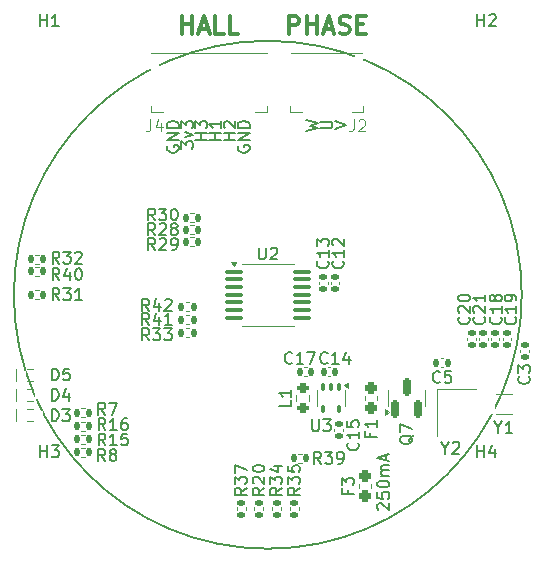
<source format=gbr>
%TF.GenerationSoftware,KiCad,Pcbnew,8.0.7*%
%TF.CreationDate,2025-04-07T22:13:35-04:00*%
%TF.ProjectId,motor-controller,6d6f746f-722d-4636-9f6e-74726f6c6c65,1*%
%TF.SameCoordinates,Original*%
%TF.FileFunction,Legend,Top*%
%TF.FilePolarity,Positive*%
%FSLAX46Y46*%
G04 Gerber Fmt 4.6, Leading zero omitted, Abs format (unit mm)*
G04 Created by KiCad (PCBNEW 8.0.7) date 2025-04-07 22:13:35*
%MOMM*%
%LPD*%
G01*
G04 APERTURE LIST*
G04 Aperture macros list*
%AMRoundRect*
0 Rectangle with rounded corners*
0 $1 Rounding radius*
0 $2 $3 $4 $5 $6 $7 $8 $9 X,Y pos of 4 corners*
0 Add a 4 corners polygon primitive as box body*
4,1,4,$2,$3,$4,$5,$6,$7,$8,$9,$2,$3,0*
0 Add four circle primitives for the rounded corners*
1,1,$1+$1,$2,$3*
1,1,$1+$1,$4,$5*
1,1,$1+$1,$6,$7*
1,1,$1+$1,$8,$9*
0 Add four rect primitives between the rounded corners*
20,1,$1+$1,$2,$3,$4,$5,0*
20,1,$1+$1,$4,$5,$6,$7,0*
20,1,$1+$1,$6,$7,$8,$9,0*
20,1,$1+$1,$8,$9,$2,$3,0*%
G04 Aperture macros list end*
%ADD10C,0.153000*%
%ADD11C,0.300000*%
%ADD12C,0.150000*%
%ADD13C,0.100000*%
%ADD14C,0.120000*%
%ADD15RoundRect,0.135000X0.185000X-0.135000X0.185000X0.135000X-0.185000X0.135000X-0.185000X-0.135000X0*%
%ADD16RoundRect,0.135000X-0.185000X0.135000X-0.185000X-0.135000X0.185000X-0.135000X0.185000X0.135000X0*%
%ADD17RoundRect,0.140000X0.170000X-0.140000X0.170000X0.140000X-0.170000X0.140000X-0.170000X-0.140000X0*%
%ADD18RoundRect,0.135000X0.135000X0.185000X-0.135000X0.185000X-0.135000X-0.185000X0.135000X-0.185000X0*%
%ADD19RoundRect,0.140000X0.140000X0.170000X-0.140000X0.170000X-0.140000X-0.170000X0.140000X-0.170000X0*%
%ADD20RoundRect,0.140000X-0.140000X-0.170000X0.140000X-0.170000X0.140000X0.170000X-0.140000X0.170000X0*%
%ADD21R,0.800000X0.800000*%
%ADD22R,1.200000X1.400000*%
%ADD23RoundRect,0.150000X0.150000X-0.587500X0.150000X0.587500X-0.150000X0.587500X-0.150000X-0.587500X0*%
%ADD24C,3.600000*%
%ADD25C,6.400000*%
%ADD26RoundRect,0.135000X-0.135000X-0.185000X0.135000X-0.185000X0.135000X0.185000X-0.135000X0.185000X0*%
%ADD27RoundRect,0.237500X0.237500X-0.287500X0.237500X0.287500X-0.237500X0.287500X-0.237500X-0.287500X0*%
%ADD28RoundRect,0.100000X-0.100000X0.225000X-0.100000X-0.225000X0.100000X-0.225000X0.100000X0.225000X0*%
%ADD29RoundRect,0.100000X-0.637500X-0.100000X0.637500X-0.100000X0.637500X0.100000X-0.637500X0.100000X0*%
%ADD30R,0.600000X1.100000*%
%ADD31R,0.700000X1.850000*%
%ADD32RoundRect,0.140000X-0.170000X0.140000X-0.170000X-0.140000X0.170000X-0.140000X0.170000X0.140000X0*%
%ADD33R,1.000000X1.800000*%
%ADD34RoundRect,0.200000X0.275000X-0.200000X0.275000X0.200000X-0.275000X0.200000X-0.275000X-0.200000X0*%
G04 APERTURE END LIST*
D10*
X231500000Y-148000000D02*
G75*
G02*
X188500000Y-148000000I-21500000J0D01*
G01*
X188500000Y-148000000D02*
G75*
G02*
X231500000Y-148000000I21500000J0D01*
G01*
X215654663Y-133962561D02*
X216654663Y-133629228D01*
X216654663Y-133629228D02*
X215654663Y-133295895D01*
X204854663Y-134862561D02*
X203854663Y-134862561D01*
X204330853Y-134862561D02*
X204330853Y-134291133D01*
X204854663Y-134291133D02*
X203854663Y-134291133D01*
X203854663Y-133910180D02*
X203854663Y-133291133D01*
X203854663Y-133291133D02*
X204235615Y-133624466D01*
X204235615Y-133624466D02*
X204235615Y-133481609D01*
X204235615Y-133481609D02*
X204283234Y-133386371D01*
X204283234Y-133386371D02*
X204330853Y-133338752D01*
X204330853Y-133338752D02*
X204426091Y-133291133D01*
X204426091Y-133291133D02*
X204664186Y-133291133D01*
X204664186Y-133291133D02*
X204759424Y-133338752D01*
X204759424Y-133338752D02*
X204807044Y-133386371D01*
X204807044Y-133386371D02*
X204854663Y-133481609D01*
X204854663Y-133481609D02*
X204854663Y-133767323D01*
X204854663Y-133767323D02*
X204807044Y-133862561D01*
X204807044Y-133862561D02*
X204759424Y-133910180D01*
X202654663Y-135624466D02*
X202654663Y-135005419D01*
X202654663Y-135005419D02*
X203035615Y-135338752D01*
X203035615Y-135338752D02*
X203035615Y-135195895D01*
X203035615Y-135195895D02*
X203083234Y-135100657D01*
X203083234Y-135100657D02*
X203130853Y-135053038D01*
X203130853Y-135053038D02*
X203226091Y-135005419D01*
X203226091Y-135005419D02*
X203464186Y-135005419D01*
X203464186Y-135005419D02*
X203559424Y-135053038D01*
X203559424Y-135053038D02*
X203607044Y-135100657D01*
X203607044Y-135100657D02*
X203654663Y-135195895D01*
X203654663Y-135195895D02*
X203654663Y-135481609D01*
X203654663Y-135481609D02*
X203607044Y-135576847D01*
X203607044Y-135576847D02*
X203559424Y-135624466D01*
X202987996Y-134672085D02*
X203654663Y-134433990D01*
X203654663Y-134433990D02*
X202987996Y-134195895D01*
X202654663Y-133910180D02*
X202654663Y-133291133D01*
X202654663Y-133291133D02*
X203035615Y-133624466D01*
X203035615Y-133624466D02*
X203035615Y-133481609D01*
X203035615Y-133481609D02*
X203083234Y-133386371D01*
X203083234Y-133386371D02*
X203130853Y-133338752D01*
X203130853Y-133338752D02*
X203226091Y-133291133D01*
X203226091Y-133291133D02*
X203464186Y-133291133D01*
X203464186Y-133291133D02*
X203559424Y-133338752D01*
X203559424Y-133338752D02*
X203607044Y-133386371D01*
X203607044Y-133386371D02*
X203654663Y-133481609D01*
X203654663Y-133481609D02*
X203654663Y-133767323D01*
X203654663Y-133767323D02*
X203607044Y-133862561D01*
X203607044Y-133862561D02*
X203559424Y-133910180D01*
X201502282Y-135386371D02*
X201454663Y-135481609D01*
X201454663Y-135481609D02*
X201454663Y-135624466D01*
X201454663Y-135624466D02*
X201502282Y-135767323D01*
X201502282Y-135767323D02*
X201597520Y-135862561D01*
X201597520Y-135862561D02*
X201692758Y-135910180D01*
X201692758Y-135910180D02*
X201883234Y-135957799D01*
X201883234Y-135957799D02*
X202026091Y-135957799D01*
X202026091Y-135957799D02*
X202216567Y-135910180D01*
X202216567Y-135910180D02*
X202311805Y-135862561D01*
X202311805Y-135862561D02*
X202407044Y-135767323D01*
X202407044Y-135767323D02*
X202454663Y-135624466D01*
X202454663Y-135624466D02*
X202454663Y-135529228D01*
X202454663Y-135529228D02*
X202407044Y-135386371D01*
X202407044Y-135386371D02*
X202359424Y-135338752D01*
X202359424Y-135338752D02*
X202026091Y-135338752D01*
X202026091Y-135338752D02*
X202026091Y-135529228D01*
X202454663Y-134910180D02*
X201454663Y-134910180D01*
X201454663Y-134910180D02*
X202454663Y-134338752D01*
X202454663Y-134338752D02*
X201454663Y-134338752D01*
X202454663Y-133862561D02*
X201454663Y-133862561D01*
X201454663Y-133862561D02*
X201454663Y-133624466D01*
X201454663Y-133624466D02*
X201502282Y-133481609D01*
X201502282Y-133481609D02*
X201597520Y-133386371D01*
X201597520Y-133386371D02*
X201692758Y-133338752D01*
X201692758Y-133338752D02*
X201883234Y-133291133D01*
X201883234Y-133291133D02*
X202026091Y-133291133D01*
X202026091Y-133291133D02*
X202216567Y-133338752D01*
X202216567Y-133338752D02*
X202311805Y-133386371D01*
X202311805Y-133386371D02*
X202407044Y-133481609D01*
X202407044Y-133481609D02*
X202454663Y-133624466D01*
X202454663Y-133624466D02*
X202454663Y-133862561D01*
X206054663Y-134862561D02*
X205054663Y-134862561D01*
X205530853Y-134862561D02*
X205530853Y-134291133D01*
X206054663Y-134291133D02*
X205054663Y-134291133D01*
X206054663Y-133291133D02*
X206054663Y-133862561D01*
X206054663Y-133576847D02*
X205054663Y-133576847D01*
X205054663Y-133576847D02*
X205197520Y-133672085D01*
X205197520Y-133672085D02*
X205292758Y-133767323D01*
X205292758Y-133767323D02*
X205340377Y-133862561D01*
X214454663Y-133910180D02*
X215264186Y-133910180D01*
X215264186Y-133910180D02*
X215359424Y-133862561D01*
X215359424Y-133862561D02*
X215407044Y-133814942D01*
X215407044Y-133814942D02*
X215454663Y-133719704D01*
X215454663Y-133719704D02*
X215454663Y-133529228D01*
X215454663Y-133529228D02*
X215407044Y-133433990D01*
X215407044Y-133433990D02*
X215359424Y-133386371D01*
X215359424Y-133386371D02*
X215264186Y-133338752D01*
X215264186Y-133338752D02*
X214454663Y-133338752D01*
X207502282Y-135386371D02*
X207454663Y-135481609D01*
X207454663Y-135481609D02*
X207454663Y-135624466D01*
X207454663Y-135624466D02*
X207502282Y-135767323D01*
X207502282Y-135767323D02*
X207597520Y-135862561D01*
X207597520Y-135862561D02*
X207692758Y-135910180D01*
X207692758Y-135910180D02*
X207883234Y-135957799D01*
X207883234Y-135957799D02*
X208026091Y-135957799D01*
X208026091Y-135957799D02*
X208216567Y-135910180D01*
X208216567Y-135910180D02*
X208311805Y-135862561D01*
X208311805Y-135862561D02*
X208407044Y-135767323D01*
X208407044Y-135767323D02*
X208454663Y-135624466D01*
X208454663Y-135624466D02*
X208454663Y-135529228D01*
X208454663Y-135529228D02*
X208407044Y-135386371D01*
X208407044Y-135386371D02*
X208359424Y-135338752D01*
X208359424Y-135338752D02*
X208026091Y-135338752D01*
X208026091Y-135338752D02*
X208026091Y-135529228D01*
X208454663Y-134910180D02*
X207454663Y-134910180D01*
X207454663Y-134910180D02*
X208454663Y-134338752D01*
X208454663Y-134338752D02*
X207454663Y-134338752D01*
X208454663Y-133862561D02*
X207454663Y-133862561D01*
X207454663Y-133862561D02*
X207454663Y-133624466D01*
X207454663Y-133624466D02*
X207502282Y-133481609D01*
X207502282Y-133481609D02*
X207597520Y-133386371D01*
X207597520Y-133386371D02*
X207692758Y-133338752D01*
X207692758Y-133338752D02*
X207883234Y-133291133D01*
X207883234Y-133291133D02*
X208026091Y-133291133D01*
X208026091Y-133291133D02*
X208216567Y-133338752D01*
X208216567Y-133338752D02*
X208311805Y-133386371D01*
X208311805Y-133386371D02*
X208407044Y-133481609D01*
X208407044Y-133481609D02*
X208454663Y-133624466D01*
X208454663Y-133624466D02*
X208454663Y-133862561D01*
X207254663Y-134862561D02*
X206254663Y-134862561D01*
X206730853Y-134862561D02*
X206730853Y-134291133D01*
X207254663Y-134291133D02*
X206254663Y-134291133D01*
X206349901Y-133862561D02*
X206302282Y-133814942D01*
X206302282Y-133814942D02*
X206254663Y-133719704D01*
X206254663Y-133719704D02*
X206254663Y-133481609D01*
X206254663Y-133481609D02*
X206302282Y-133386371D01*
X206302282Y-133386371D02*
X206349901Y-133338752D01*
X206349901Y-133338752D02*
X206445139Y-133291133D01*
X206445139Y-133291133D02*
X206540377Y-133291133D01*
X206540377Y-133291133D02*
X206683234Y-133338752D01*
X206683234Y-133338752D02*
X207254663Y-133910180D01*
X207254663Y-133910180D02*
X207254663Y-133291133D01*
X219364901Y-166208866D02*
X219317282Y-166161247D01*
X219317282Y-166161247D02*
X219269663Y-166066009D01*
X219269663Y-166066009D02*
X219269663Y-165827914D01*
X219269663Y-165827914D02*
X219317282Y-165732676D01*
X219317282Y-165732676D02*
X219364901Y-165685057D01*
X219364901Y-165685057D02*
X219460139Y-165637438D01*
X219460139Y-165637438D02*
X219555377Y-165637438D01*
X219555377Y-165637438D02*
X219698234Y-165685057D01*
X219698234Y-165685057D02*
X220269663Y-166256485D01*
X220269663Y-166256485D02*
X220269663Y-165637438D01*
X219269663Y-164732676D02*
X219269663Y-165208866D01*
X219269663Y-165208866D02*
X219745853Y-165256485D01*
X219745853Y-165256485D02*
X219698234Y-165208866D01*
X219698234Y-165208866D02*
X219650615Y-165113628D01*
X219650615Y-165113628D02*
X219650615Y-164875533D01*
X219650615Y-164875533D02*
X219698234Y-164780295D01*
X219698234Y-164780295D02*
X219745853Y-164732676D01*
X219745853Y-164732676D02*
X219841091Y-164685057D01*
X219841091Y-164685057D02*
X220079186Y-164685057D01*
X220079186Y-164685057D02*
X220174424Y-164732676D01*
X220174424Y-164732676D02*
X220222044Y-164780295D01*
X220222044Y-164780295D02*
X220269663Y-164875533D01*
X220269663Y-164875533D02*
X220269663Y-165113628D01*
X220269663Y-165113628D02*
X220222044Y-165208866D01*
X220222044Y-165208866D02*
X220174424Y-165256485D01*
X219269663Y-164066009D02*
X219269663Y-163970771D01*
X219269663Y-163970771D02*
X219317282Y-163875533D01*
X219317282Y-163875533D02*
X219364901Y-163827914D01*
X219364901Y-163827914D02*
X219460139Y-163780295D01*
X219460139Y-163780295D02*
X219650615Y-163732676D01*
X219650615Y-163732676D02*
X219888710Y-163732676D01*
X219888710Y-163732676D02*
X220079186Y-163780295D01*
X220079186Y-163780295D02*
X220174424Y-163827914D01*
X220174424Y-163827914D02*
X220222044Y-163875533D01*
X220222044Y-163875533D02*
X220269663Y-163970771D01*
X220269663Y-163970771D02*
X220269663Y-164066009D01*
X220269663Y-164066009D02*
X220222044Y-164161247D01*
X220222044Y-164161247D02*
X220174424Y-164208866D01*
X220174424Y-164208866D02*
X220079186Y-164256485D01*
X220079186Y-164256485D02*
X219888710Y-164304104D01*
X219888710Y-164304104D02*
X219650615Y-164304104D01*
X219650615Y-164304104D02*
X219460139Y-164256485D01*
X219460139Y-164256485D02*
X219364901Y-164208866D01*
X219364901Y-164208866D02*
X219317282Y-164161247D01*
X219317282Y-164161247D02*
X219269663Y-164066009D01*
X220269663Y-163304104D02*
X219602996Y-163304104D01*
X219698234Y-163304104D02*
X219650615Y-163256485D01*
X219650615Y-163256485D02*
X219602996Y-163161247D01*
X219602996Y-163161247D02*
X219602996Y-163018390D01*
X219602996Y-163018390D02*
X219650615Y-162923152D01*
X219650615Y-162923152D02*
X219745853Y-162875533D01*
X219745853Y-162875533D02*
X220269663Y-162875533D01*
X219745853Y-162875533D02*
X219650615Y-162827914D01*
X219650615Y-162827914D02*
X219602996Y-162732676D01*
X219602996Y-162732676D02*
X219602996Y-162589819D01*
X219602996Y-162589819D02*
X219650615Y-162494580D01*
X219650615Y-162494580D02*
X219745853Y-162446961D01*
X219745853Y-162446961D02*
X220269663Y-162446961D01*
X219983948Y-162018390D02*
X219983948Y-161542200D01*
X220269663Y-162113628D02*
X219269663Y-161780295D01*
X219269663Y-161780295D02*
X220269663Y-161446962D01*
D11*
X202714285Y-125900828D02*
X202714285Y-124400828D01*
X202714285Y-125115114D02*
X203571428Y-125115114D01*
X203571428Y-125900828D02*
X203571428Y-124400828D01*
X204214286Y-125472257D02*
X204928572Y-125472257D01*
X204071429Y-125900828D02*
X204571429Y-124400828D01*
X204571429Y-124400828D02*
X205071429Y-125900828D01*
X206285714Y-125900828D02*
X205571428Y-125900828D01*
X205571428Y-125900828D02*
X205571428Y-124400828D01*
X207500000Y-125900828D02*
X206785714Y-125900828D01*
X206785714Y-125900828D02*
X206785714Y-124400828D01*
D10*
X213254663Y-134100656D02*
X214254663Y-133862561D01*
X214254663Y-133862561D02*
X213540377Y-133672085D01*
X213540377Y-133672085D02*
X214254663Y-133481609D01*
X214254663Y-133481609D02*
X213254663Y-133243514D01*
D11*
X211785714Y-125900828D02*
X211785714Y-124400828D01*
X211785714Y-124400828D02*
X212357143Y-124400828D01*
X212357143Y-124400828D02*
X212500000Y-124472257D01*
X212500000Y-124472257D02*
X212571429Y-124543685D01*
X212571429Y-124543685D02*
X212642857Y-124686542D01*
X212642857Y-124686542D02*
X212642857Y-124900828D01*
X212642857Y-124900828D02*
X212571429Y-125043685D01*
X212571429Y-125043685D02*
X212500000Y-125115114D01*
X212500000Y-125115114D02*
X212357143Y-125186542D01*
X212357143Y-125186542D02*
X211785714Y-125186542D01*
X213285714Y-125900828D02*
X213285714Y-124400828D01*
X213285714Y-125115114D02*
X214142857Y-125115114D01*
X214142857Y-125900828D02*
X214142857Y-124400828D01*
X214785715Y-125472257D02*
X215500001Y-125472257D01*
X214642858Y-125900828D02*
X215142858Y-124400828D01*
X215142858Y-124400828D02*
X215642858Y-125900828D01*
X216071429Y-125829400D02*
X216285715Y-125900828D01*
X216285715Y-125900828D02*
X216642857Y-125900828D01*
X216642857Y-125900828D02*
X216785715Y-125829400D01*
X216785715Y-125829400D02*
X216857143Y-125757971D01*
X216857143Y-125757971D02*
X216928572Y-125615114D01*
X216928572Y-125615114D02*
X216928572Y-125472257D01*
X216928572Y-125472257D02*
X216857143Y-125329400D01*
X216857143Y-125329400D02*
X216785715Y-125257971D01*
X216785715Y-125257971D02*
X216642857Y-125186542D01*
X216642857Y-125186542D02*
X216357143Y-125115114D01*
X216357143Y-125115114D02*
X216214286Y-125043685D01*
X216214286Y-125043685D02*
X216142857Y-124972257D01*
X216142857Y-124972257D02*
X216071429Y-124829400D01*
X216071429Y-124829400D02*
X216071429Y-124686542D01*
X216071429Y-124686542D02*
X216142857Y-124543685D01*
X216142857Y-124543685D02*
X216214286Y-124472257D01*
X216214286Y-124472257D02*
X216357143Y-124400828D01*
X216357143Y-124400828D02*
X216714286Y-124400828D01*
X216714286Y-124400828D02*
X216928572Y-124472257D01*
X217571428Y-125115114D02*
X218071428Y-125115114D01*
X218285714Y-125900828D02*
X217571428Y-125900828D01*
X217571428Y-125900828D02*
X217571428Y-124400828D01*
X217571428Y-124400828D02*
X218285714Y-124400828D01*
D12*
X212704819Y-164342857D02*
X212228628Y-164676190D01*
X212704819Y-164914285D02*
X211704819Y-164914285D01*
X211704819Y-164914285D02*
X211704819Y-164533333D01*
X211704819Y-164533333D02*
X211752438Y-164438095D01*
X211752438Y-164438095D02*
X211800057Y-164390476D01*
X211800057Y-164390476D02*
X211895295Y-164342857D01*
X211895295Y-164342857D02*
X212038152Y-164342857D01*
X212038152Y-164342857D02*
X212133390Y-164390476D01*
X212133390Y-164390476D02*
X212181009Y-164438095D01*
X212181009Y-164438095D02*
X212228628Y-164533333D01*
X212228628Y-164533333D02*
X212228628Y-164914285D01*
X211704819Y-164009523D02*
X211704819Y-163390476D01*
X211704819Y-163390476D02*
X212085771Y-163723809D01*
X212085771Y-163723809D02*
X212085771Y-163580952D01*
X212085771Y-163580952D02*
X212133390Y-163485714D01*
X212133390Y-163485714D02*
X212181009Y-163438095D01*
X212181009Y-163438095D02*
X212276247Y-163390476D01*
X212276247Y-163390476D02*
X212514342Y-163390476D01*
X212514342Y-163390476D02*
X212609580Y-163438095D01*
X212609580Y-163438095D02*
X212657200Y-163485714D01*
X212657200Y-163485714D02*
X212704819Y-163580952D01*
X212704819Y-163580952D02*
X212704819Y-163866666D01*
X212704819Y-163866666D02*
X212657200Y-163961904D01*
X212657200Y-163961904D02*
X212609580Y-164009523D01*
X211704819Y-162485714D02*
X211704819Y-162961904D01*
X211704819Y-162961904D02*
X212181009Y-163009523D01*
X212181009Y-163009523D02*
X212133390Y-162961904D01*
X212133390Y-162961904D02*
X212085771Y-162866666D01*
X212085771Y-162866666D02*
X212085771Y-162628571D01*
X212085771Y-162628571D02*
X212133390Y-162533333D01*
X212133390Y-162533333D02*
X212181009Y-162485714D01*
X212181009Y-162485714D02*
X212276247Y-162438095D01*
X212276247Y-162438095D02*
X212514342Y-162438095D01*
X212514342Y-162438095D02*
X212609580Y-162485714D01*
X212609580Y-162485714D02*
X212657200Y-162533333D01*
X212657200Y-162533333D02*
X212704819Y-162628571D01*
X212704819Y-162628571D02*
X212704819Y-162866666D01*
X212704819Y-162866666D02*
X212657200Y-162961904D01*
X212657200Y-162961904D02*
X212609580Y-163009523D01*
X211204819Y-164342857D02*
X210728628Y-164676190D01*
X211204819Y-164914285D02*
X210204819Y-164914285D01*
X210204819Y-164914285D02*
X210204819Y-164533333D01*
X210204819Y-164533333D02*
X210252438Y-164438095D01*
X210252438Y-164438095D02*
X210300057Y-164390476D01*
X210300057Y-164390476D02*
X210395295Y-164342857D01*
X210395295Y-164342857D02*
X210538152Y-164342857D01*
X210538152Y-164342857D02*
X210633390Y-164390476D01*
X210633390Y-164390476D02*
X210681009Y-164438095D01*
X210681009Y-164438095D02*
X210728628Y-164533333D01*
X210728628Y-164533333D02*
X210728628Y-164914285D01*
X210204819Y-164009523D02*
X210204819Y-163390476D01*
X210204819Y-163390476D02*
X210585771Y-163723809D01*
X210585771Y-163723809D02*
X210585771Y-163580952D01*
X210585771Y-163580952D02*
X210633390Y-163485714D01*
X210633390Y-163485714D02*
X210681009Y-163438095D01*
X210681009Y-163438095D02*
X210776247Y-163390476D01*
X210776247Y-163390476D02*
X211014342Y-163390476D01*
X211014342Y-163390476D02*
X211109580Y-163438095D01*
X211109580Y-163438095D02*
X211157200Y-163485714D01*
X211157200Y-163485714D02*
X211204819Y-163580952D01*
X211204819Y-163580952D02*
X211204819Y-163866666D01*
X211204819Y-163866666D02*
X211157200Y-163961904D01*
X211157200Y-163961904D02*
X211109580Y-164009523D01*
X210538152Y-162533333D02*
X211204819Y-162533333D01*
X210157200Y-162771428D02*
X210871485Y-163009523D01*
X210871485Y-163009523D02*
X210871485Y-162390476D01*
X215059580Y-145142857D02*
X215107200Y-145190476D01*
X215107200Y-145190476D02*
X215154819Y-145333333D01*
X215154819Y-145333333D02*
X215154819Y-145428571D01*
X215154819Y-145428571D02*
X215107200Y-145571428D01*
X215107200Y-145571428D02*
X215011961Y-145666666D01*
X215011961Y-145666666D02*
X214916723Y-145714285D01*
X214916723Y-145714285D02*
X214726247Y-145761904D01*
X214726247Y-145761904D02*
X214583390Y-145761904D01*
X214583390Y-145761904D02*
X214392914Y-145714285D01*
X214392914Y-145714285D02*
X214297676Y-145666666D01*
X214297676Y-145666666D02*
X214202438Y-145571428D01*
X214202438Y-145571428D02*
X214154819Y-145428571D01*
X214154819Y-145428571D02*
X214154819Y-145333333D01*
X214154819Y-145333333D02*
X214202438Y-145190476D01*
X214202438Y-145190476D02*
X214250057Y-145142857D01*
X215154819Y-144190476D02*
X215154819Y-144761904D01*
X215154819Y-144476190D02*
X214154819Y-144476190D01*
X214154819Y-144476190D02*
X214297676Y-144571428D01*
X214297676Y-144571428D02*
X214392914Y-144666666D01*
X214392914Y-144666666D02*
X214440533Y-144761904D01*
X214154819Y-143857142D02*
X214154819Y-143238095D01*
X214154819Y-143238095D02*
X214535771Y-143571428D01*
X214535771Y-143571428D02*
X214535771Y-143428571D01*
X214535771Y-143428571D02*
X214583390Y-143333333D01*
X214583390Y-143333333D02*
X214631009Y-143285714D01*
X214631009Y-143285714D02*
X214726247Y-143238095D01*
X214726247Y-143238095D02*
X214964342Y-143238095D01*
X214964342Y-143238095D02*
X215059580Y-143285714D01*
X215059580Y-143285714D02*
X215107200Y-143333333D01*
X215107200Y-143333333D02*
X215154819Y-143428571D01*
X215154819Y-143428571D02*
X215154819Y-143714285D01*
X215154819Y-143714285D02*
X215107200Y-143809523D01*
X215107200Y-143809523D02*
X215059580Y-143857142D01*
X196257142Y-160754819D02*
X195923809Y-160278628D01*
X195685714Y-160754819D02*
X195685714Y-159754819D01*
X195685714Y-159754819D02*
X196066666Y-159754819D01*
X196066666Y-159754819D02*
X196161904Y-159802438D01*
X196161904Y-159802438D02*
X196209523Y-159850057D01*
X196209523Y-159850057D02*
X196257142Y-159945295D01*
X196257142Y-159945295D02*
X196257142Y-160088152D01*
X196257142Y-160088152D02*
X196209523Y-160183390D01*
X196209523Y-160183390D02*
X196161904Y-160231009D01*
X196161904Y-160231009D02*
X196066666Y-160278628D01*
X196066666Y-160278628D02*
X195685714Y-160278628D01*
X197209523Y-160754819D02*
X196638095Y-160754819D01*
X196923809Y-160754819D02*
X196923809Y-159754819D01*
X196923809Y-159754819D02*
X196828571Y-159897676D01*
X196828571Y-159897676D02*
X196733333Y-159992914D01*
X196733333Y-159992914D02*
X196638095Y-160040533D01*
X198114285Y-159754819D02*
X197638095Y-159754819D01*
X197638095Y-159754819D02*
X197590476Y-160231009D01*
X197590476Y-160231009D02*
X197638095Y-160183390D01*
X197638095Y-160183390D02*
X197733333Y-160135771D01*
X197733333Y-160135771D02*
X197971428Y-160135771D01*
X197971428Y-160135771D02*
X198066666Y-160183390D01*
X198066666Y-160183390D02*
X198114285Y-160231009D01*
X198114285Y-160231009D02*
X198161904Y-160326247D01*
X198161904Y-160326247D02*
X198161904Y-160564342D01*
X198161904Y-160564342D02*
X198114285Y-160659580D01*
X198114285Y-160659580D02*
X198066666Y-160707200D01*
X198066666Y-160707200D02*
X197971428Y-160754819D01*
X197971428Y-160754819D02*
X197733333Y-160754819D01*
X197733333Y-160754819D02*
X197638095Y-160707200D01*
X197638095Y-160707200D02*
X197590476Y-160659580D01*
X224583333Y-155359580D02*
X224535714Y-155407200D01*
X224535714Y-155407200D02*
X224392857Y-155454819D01*
X224392857Y-155454819D02*
X224297619Y-155454819D01*
X224297619Y-155454819D02*
X224154762Y-155407200D01*
X224154762Y-155407200D02*
X224059524Y-155311961D01*
X224059524Y-155311961D02*
X224011905Y-155216723D01*
X224011905Y-155216723D02*
X223964286Y-155026247D01*
X223964286Y-155026247D02*
X223964286Y-154883390D01*
X223964286Y-154883390D02*
X224011905Y-154692914D01*
X224011905Y-154692914D02*
X224059524Y-154597676D01*
X224059524Y-154597676D02*
X224154762Y-154502438D01*
X224154762Y-154502438D02*
X224297619Y-154454819D01*
X224297619Y-154454819D02*
X224392857Y-154454819D01*
X224392857Y-154454819D02*
X224535714Y-154502438D01*
X224535714Y-154502438D02*
X224583333Y-154550057D01*
X225488095Y-154454819D02*
X225011905Y-154454819D01*
X225011905Y-154454819D02*
X224964286Y-154931009D01*
X224964286Y-154931009D02*
X225011905Y-154883390D01*
X225011905Y-154883390D02*
X225107143Y-154835771D01*
X225107143Y-154835771D02*
X225345238Y-154835771D01*
X225345238Y-154835771D02*
X225440476Y-154883390D01*
X225440476Y-154883390D02*
X225488095Y-154931009D01*
X225488095Y-154931009D02*
X225535714Y-155026247D01*
X225535714Y-155026247D02*
X225535714Y-155264342D01*
X225535714Y-155264342D02*
X225488095Y-155359580D01*
X225488095Y-155359580D02*
X225440476Y-155407200D01*
X225440476Y-155407200D02*
X225345238Y-155454819D01*
X225345238Y-155454819D02*
X225107143Y-155454819D01*
X225107143Y-155454819D02*
X225011905Y-155407200D01*
X225011905Y-155407200D02*
X224964286Y-155359580D01*
X215057142Y-153759580D02*
X215009523Y-153807200D01*
X215009523Y-153807200D02*
X214866666Y-153854819D01*
X214866666Y-153854819D02*
X214771428Y-153854819D01*
X214771428Y-153854819D02*
X214628571Y-153807200D01*
X214628571Y-153807200D02*
X214533333Y-153711961D01*
X214533333Y-153711961D02*
X214485714Y-153616723D01*
X214485714Y-153616723D02*
X214438095Y-153426247D01*
X214438095Y-153426247D02*
X214438095Y-153283390D01*
X214438095Y-153283390D02*
X214485714Y-153092914D01*
X214485714Y-153092914D02*
X214533333Y-152997676D01*
X214533333Y-152997676D02*
X214628571Y-152902438D01*
X214628571Y-152902438D02*
X214771428Y-152854819D01*
X214771428Y-152854819D02*
X214866666Y-152854819D01*
X214866666Y-152854819D02*
X215009523Y-152902438D01*
X215009523Y-152902438D02*
X215057142Y-152950057D01*
X216009523Y-153854819D02*
X215438095Y-153854819D01*
X215723809Y-153854819D02*
X215723809Y-152854819D01*
X215723809Y-152854819D02*
X215628571Y-152997676D01*
X215628571Y-152997676D02*
X215533333Y-153092914D01*
X215533333Y-153092914D02*
X215438095Y-153140533D01*
X216866666Y-153188152D02*
X216866666Y-153854819D01*
X216628571Y-152807200D02*
X216390476Y-153521485D01*
X216390476Y-153521485D02*
X217009523Y-153521485D01*
X209704819Y-164342857D02*
X209228628Y-164676190D01*
X209704819Y-164914285D02*
X208704819Y-164914285D01*
X208704819Y-164914285D02*
X208704819Y-164533333D01*
X208704819Y-164533333D02*
X208752438Y-164438095D01*
X208752438Y-164438095D02*
X208800057Y-164390476D01*
X208800057Y-164390476D02*
X208895295Y-164342857D01*
X208895295Y-164342857D02*
X209038152Y-164342857D01*
X209038152Y-164342857D02*
X209133390Y-164390476D01*
X209133390Y-164390476D02*
X209181009Y-164438095D01*
X209181009Y-164438095D02*
X209228628Y-164533333D01*
X209228628Y-164533333D02*
X209228628Y-164914285D01*
X208800057Y-163961904D02*
X208752438Y-163914285D01*
X208752438Y-163914285D02*
X208704819Y-163819047D01*
X208704819Y-163819047D02*
X208704819Y-163580952D01*
X208704819Y-163580952D02*
X208752438Y-163485714D01*
X208752438Y-163485714D02*
X208800057Y-163438095D01*
X208800057Y-163438095D02*
X208895295Y-163390476D01*
X208895295Y-163390476D02*
X208990533Y-163390476D01*
X208990533Y-163390476D02*
X209133390Y-163438095D01*
X209133390Y-163438095D02*
X209704819Y-164009523D01*
X209704819Y-164009523D02*
X209704819Y-163390476D01*
X208704819Y-162771428D02*
X208704819Y-162676190D01*
X208704819Y-162676190D02*
X208752438Y-162580952D01*
X208752438Y-162580952D02*
X208800057Y-162533333D01*
X208800057Y-162533333D02*
X208895295Y-162485714D01*
X208895295Y-162485714D02*
X209085771Y-162438095D01*
X209085771Y-162438095D02*
X209323866Y-162438095D01*
X209323866Y-162438095D02*
X209514342Y-162485714D01*
X209514342Y-162485714D02*
X209609580Y-162533333D01*
X209609580Y-162533333D02*
X209657200Y-162580952D01*
X209657200Y-162580952D02*
X209704819Y-162676190D01*
X209704819Y-162676190D02*
X209704819Y-162771428D01*
X209704819Y-162771428D02*
X209657200Y-162866666D01*
X209657200Y-162866666D02*
X209609580Y-162914285D01*
X209609580Y-162914285D02*
X209514342Y-162961904D01*
X209514342Y-162961904D02*
X209323866Y-163009523D01*
X209323866Y-163009523D02*
X209085771Y-163009523D01*
X209085771Y-163009523D02*
X208895295Y-162961904D01*
X208895295Y-162961904D02*
X208800057Y-162914285D01*
X208800057Y-162914285D02*
X208752438Y-162866666D01*
X208752438Y-162866666D02*
X208704819Y-162771428D01*
X191711904Y-155254819D02*
X191711904Y-154254819D01*
X191711904Y-154254819D02*
X191949999Y-154254819D01*
X191949999Y-154254819D02*
X192092856Y-154302438D01*
X192092856Y-154302438D02*
X192188094Y-154397676D01*
X192188094Y-154397676D02*
X192235713Y-154492914D01*
X192235713Y-154492914D02*
X192283332Y-154683390D01*
X192283332Y-154683390D02*
X192283332Y-154826247D01*
X192283332Y-154826247D02*
X192235713Y-155016723D01*
X192235713Y-155016723D02*
X192188094Y-155111961D01*
X192188094Y-155111961D02*
X192092856Y-155207200D01*
X192092856Y-155207200D02*
X191949999Y-155254819D01*
X191949999Y-155254819D02*
X191711904Y-155254819D01*
X193188094Y-154254819D02*
X192711904Y-154254819D01*
X192711904Y-154254819D02*
X192664285Y-154731009D01*
X192664285Y-154731009D02*
X192711904Y-154683390D01*
X192711904Y-154683390D02*
X192807142Y-154635771D01*
X192807142Y-154635771D02*
X193045237Y-154635771D01*
X193045237Y-154635771D02*
X193140475Y-154683390D01*
X193140475Y-154683390D02*
X193188094Y-154731009D01*
X193188094Y-154731009D02*
X193235713Y-154826247D01*
X193235713Y-154826247D02*
X193235713Y-155064342D01*
X193235713Y-155064342D02*
X193188094Y-155159580D01*
X193188094Y-155159580D02*
X193140475Y-155207200D01*
X193140475Y-155207200D02*
X193045237Y-155254819D01*
X193045237Y-155254819D02*
X192807142Y-155254819D01*
X192807142Y-155254819D02*
X192711904Y-155207200D01*
X192711904Y-155207200D02*
X192664285Y-155159580D01*
X228309580Y-149892857D02*
X228357200Y-149940476D01*
X228357200Y-149940476D02*
X228404819Y-150083333D01*
X228404819Y-150083333D02*
X228404819Y-150178571D01*
X228404819Y-150178571D02*
X228357200Y-150321428D01*
X228357200Y-150321428D02*
X228261961Y-150416666D01*
X228261961Y-150416666D02*
X228166723Y-150464285D01*
X228166723Y-150464285D02*
X227976247Y-150511904D01*
X227976247Y-150511904D02*
X227833390Y-150511904D01*
X227833390Y-150511904D02*
X227642914Y-150464285D01*
X227642914Y-150464285D02*
X227547676Y-150416666D01*
X227547676Y-150416666D02*
X227452438Y-150321428D01*
X227452438Y-150321428D02*
X227404819Y-150178571D01*
X227404819Y-150178571D02*
X227404819Y-150083333D01*
X227404819Y-150083333D02*
X227452438Y-149940476D01*
X227452438Y-149940476D02*
X227500057Y-149892857D01*
X227500057Y-149511904D02*
X227452438Y-149464285D01*
X227452438Y-149464285D02*
X227404819Y-149369047D01*
X227404819Y-149369047D02*
X227404819Y-149130952D01*
X227404819Y-149130952D02*
X227452438Y-149035714D01*
X227452438Y-149035714D02*
X227500057Y-148988095D01*
X227500057Y-148988095D02*
X227595295Y-148940476D01*
X227595295Y-148940476D02*
X227690533Y-148940476D01*
X227690533Y-148940476D02*
X227833390Y-148988095D01*
X227833390Y-148988095D02*
X228404819Y-149559523D01*
X228404819Y-149559523D02*
X228404819Y-148940476D01*
X228404819Y-147988095D02*
X228404819Y-148559523D01*
X228404819Y-148273809D02*
X227404819Y-148273809D01*
X227404819Y-148273809D02*
X227547676Y-148369047D01*
X227547676Y-148369047D02*
X227642914Y-148464285D01*
X227642914Y-148464285D02*
X227690533Y-148559523D01*
X225023809Y-160978628D02*
X225023809Y-161454819D01*
X224690476Y-160454819D02*
X225023809Y-160978628D01*
X225023809Y-160978628D02*
X225357142Y-160454819D01*
X225642857Y-160550057D02*
X225690476Y-160502438D01*
X225690476Y-160502438D02*
X225785714Y-160454819D01*
X225785714Y-160454819D02*
X226023809Y-160454819D01*
X226023809Y-160454819D02*
X226119047Y-160502438D01*
X226119047Y-160502438D02*
X226166666Y-160550057D01*
X226166666Y-160550057D02*
X226214285Y-160645295D01*
X226214285Y-160645295D02*
X226214285Y-160740533D01*
X226214285Y-160740533D02*
X226166666Y-160883390D01*
X226166666Y-160883390D02*
X225595238Y-161454819D01*
X225595238Y-161454819D02*
X226214285Y-161454819D01*
X196233333Y-162054819D02*
X195900000Y-161578628D01*
X195661905Y-162054819D02*
X195661905Y-161054819D01*
X195661905Y-161054819D02*
X196042857Y-161054819D01*
X196042857Y-161054819D02*
X196138095Y-161102438D01*
X196138095Y-161102438D02*
X196185714Y-161150057D01*
X196185714Y-161150057D02*
X196233333Y-161245295D01*
X196233333Y-161245295D02*
X196233333Y-161388152D01*
X196233333Y-161388152D02*
X196185714Y-161483390D01*
X196185714Y-161483390D02*
X196138095Y-161531009D01*
X196138095Y-161531009D02*
X196042857Y-161578628D01*
X196042857Y-161578628D02*
X195661905Y-161578628D01*
X196804762Y-161483390D02*
X196709524Y-161435771D01*
X196709524Y-161435771D02*
X196661905Y-161388152D01*
X196661905Y-161388152D02*
X196614286Y-161292914D01*
X196614286Y-161292914D02*
X196614286Y-161245295D01*
X196614286Y-161245295D02*
X196661905Y-161150057D01*
X196661905Y-161150057D02*
X196709524Y-161102438D01*
X196709524Y-161102438D02*
X196804762Y-161054819D01*
X196804762Y-161054819D02*
X196995238Y-161054819D01*
X196995238Y-161054819D02*
X197090476Y-161102438D01*
X197090476Y-161102438D02*
X197138095Y-161150057D01*
X197138095Y-161150057D02*
X197185714Y-161245295D01*
X197185714Y-161245295D02*
X197185714Y-161292914D01*
X197185714Y-161292914D02*
X197138095Y-161388152D01*
X197138095Y-161388152D02*
X197090476Y-161435771D01*
X197090476Y-161435771D02*
X196995238Y-161483390D01*
X196995238Y-161483390D02*
X196804762Y-161483390D01*
X196804762Y-161483390D02*
X196709524Y-161531009D01*
X196709524Y-161531009D02*
X196661905Y-161578628D01*
X196661905Y-161578628D02*
X196614286Y-161673866D01*
X196614286Y-161673866D02*
X196614286Y-161864342D01*
X196614286Y-161864342D02*
X196661905Y-161959580D01*
X196661905Y-161959580D02*
X196709524Y-162007200D01*
X196709524Y-162007200D02*
X196804762Y-162054819D01*
X196804762Y-162054819D02*
X196995238Y-162054819D01*
X196995238Y-162054819D02*
X197090476Y-162007200D01*
X197090476Y-162007200D02*
X197138095Y-161959580D01*
X197138095Y-161959580D02*
X197185714Y-161864342D01*
X197185714Y-161864342D02*
X197185714Y-161673866D01*
X197185714Y-161673866D02*
X197138095Y-161578628D01*
X197138095Y-161578628D02*
X197090476Y-161531009D01*
X197090476Y-161531009D02*
X196995238Y-161483390D01*
X222300057Y-159895238D02*
X222252438Y-159990476D01*
X222252438Y-159990476D02*
X222157200Y-160085714D01*
X222157200Y-160085714D02*
X222014342Y-160228571D01*
X222014342Y-160228571D02*
X221966723Y-160323809D01*
X221966723Y-160323809D02*
X221966723Y-160419047D01*
X222204819Y-160371428D02*
X222157200Y-160466666D01*
X222157200Y-160466666D02*
X222061961Y-160561904D01*
X222061961Y-160561904D02*
X221871485Y-160609523D01*
X221871485Y-160609523D02*
X221538152Y-160609523D01*
X221538152Y-160609523D02*
X221347676Y-160561904D01*
X221347676Y-160561904D02*
X221252438Y-160466666D01*
X221252438Y-160466666D02*
X221204819Y-160371428D01*
X221204819Y-160371428D02*
X221204819Y-160180952D01*
X221204819Y-160180952D02*
X221252438Y-160085714D01*
X221252438Y-160085714D02*
X221347676Y-159990476D01*
X221347676Y-159990476D02*
X221538152Y-159942857D01*
X221538152Y-159942857D02*
X221871485Y-159942857D01*
X221871485Y-159942857D02*
X222061961Y-159990476D01*
X222061961Y-159990476D02*
X222157200Y-160085714D01*
X222157200Y-160085714D02*
X222204819Y-160180952D01*
X222204819Y-160180952D02*
X222204819Y-160371428D01*
X221204819Y-159609523D02*
X221204819Y-158942857D01*
X221204819Y-158942857D02*
X222204819Y-159371428D01*
X227738095Y-125254819D02*
X227738095Y-124254819D01*
X227738095Y-124731009D02*
X228309523Y-124731009D01*
X228309523Y-125254819D02*
X228309523Y-124254819D01*
X228738095Y-124350057D02*
X228785714Y-124302438D01*
X228785714Y-124302438D02*
X228880952Y-124254819D01*
X228880952Y-124254819D02*
X229119047Y-124254819D01*
X229119047Y-124254819D02*
X229214285Y-124302438D01*
X229214285Y-124302438D02*
X229261904Y-124350057D01*
X229261904Y-124350057D02*
X229309523Y-124445295D01*
X229309523Y-124445295D02*
X229309523Y-124540533D01*
X229309523Y-124540533D02*
X229261904Y-124683390D01*
X229261904Y-124683390D02*
X228690476Y-125254819D01*
X228690476Y-125254819D02*
X229309523Y-125254819D01*
X190738095Y-125254819D02*
X190738095Y-124254819D01*
X190738095Y-124731009D02*
X191309523Y-124731009D01*
X191309523Y-125254819D02*
X191309523Y-124254819D01*
X192309523Y-125254819D02*
X191738095Y-125254819D01*
X192023809Y-125254819D02*
X192023809Y-124254819D01*
X192023809Y-124254819D02*
X191928571Y-124397676D01*
X191928571Y-124397676D02*
X191833333Y-124492914D01*
X191833333Y-124492914D02*
X191738095Y-124540533D01*
X212057142Y-153759580D02*
X212009523Y-153807200D01*
X212009523Y-153807200D02*
X211866666Y-153854819D01*
X211866666Y-153854819D02*
X211771428Y-153854819D01*
X211771428Y-153854819D02*
X211628571Y-153807200D01*
X211628571Y-153807200D02*
X211533333Y-153711961D01*
X211533333Y-153711961D02*
X211485714Y-153616723D01*
X211485714Y-153616723D02*
X211438095Y-153426247D01*
X211438095Y-153426247D02*
X211438095Y-153283390D01*
X211438095Y-153283390D02*
X211485714Y-153092914D01*
X211485714Y-153092914D02*
X211533333Y-152997676D01*
X211533333Y-152997676D02*
X211628571Y-152902438D01*
X211628571Y-152902438D02*
X211771428Y-152854819D01*
X211771428Y-152854819D02*
X211866666Y-152854819D01*
X211866666Y-152854819D02*
X212009523Y-152902438D01*
X212009523Y-152902438D02*
X212057142Y-152950057D01*
X213009523Y-153854819D02*
X212438095Y-153854819D01*
X212723809Y-153854819D02*
X212723809Y-152854819D01*
X212723809Y-152854819D02*
X212628571Y-152997676D01*
X212628571Y-152997676D02*
X212533333Y-153092914D01*
X212533333Y-153092914D02*
X212438095Y-153140533D01*
X213342857Y-152854819D02*
X214009523Y-152854819D01*
X214009523Y-152854819D02*
X213580952Y-153854819D01*
X200457142Y-142954819D02*
X200123809Y-142478628D01*
X199885714Y-142954819D02*
X199885714Y-141954819D01*
X199885714Y-141954819D02*
X200266666Y-141954819D01*
X200266666Y-141954819D02*
X200361904Y-142002438D01*
X200361904Y-142002438D02*
X200409523Y-142050057D01*
X200409523Y-142050057D02*
X200457142Y-142145295D01*
X200457142Y-142145295D02*
X200457142Y-142288152D01*
X200457142Y-142288152D02*
X200409523Y-142383390D01*
X200409523Y-142383390D02*
X200361904Y-142431009D01*
X200361904Y-142431009D02*
X200266666Y-142478628D01*
X200266666Y-142478628D02*
X199885714Y-142478628D01*
X200838095Y-142050057D02*
X200885714Y-142002438D01*
X200885714Y-142002438D02*
X200980952Y-141954819D01*
X200980952Y-141954819D02*
X201219047Y-141954819D01*
X201219047Y-141954819D02*
X201314285Y-142002438D01*
X201314285Y-142002438D02*
X201361904Y-142050057D01*
X201361904Y-142050057D02*
X201409523Y-142145295D01*
X201409523Y-142145295D02*
X201409523Y-142240533D01*
X201409523Y-142240533D02*
X201361904Y-142383390D01*
X201361904Y-142383390D02*
X200790476Y-142954819D01*
X200790476Y-142954819D02*
X201409523Y-142954819D01*
X201980952Y-142383390D02*
X201885714Y-142335771D01*
X201885714Y-142335771D02*
X201838095Y-142288152D01*
X201838095Y-142288152D02*
X201790476Y-142192914D01*
X201790476Y-142192914D02*
X201790476Y-142145295D01*
X201790476Y-142145295D02*
X201838095Y-142050057D01*
X201838095Y-142050057D02*
X201885714Y-142002438D01*
X201885714Y-142002438D02*
X201980952Y-141954819D01*
X201980952Y-141954819D02*
X202171428Y-141954819D01*
X202171428Y-141954819D02*
X202266666Y-142002438D01*
X202266666Y-142002438D02*
X202314285Y-142050057D01*
X202314285Y-142050057D02*
X202361904Y-142145295D01*
X202361904Y-142145295D02*
X202361904Y-142192914D01*
X202361904Y-142192914D02*
X202314285Y-142288152D01*
X202314285Y-142288152D02*
X202266666Y-142335771D01*
X202266666Y-142335771D02*
X202171428Y-142383390D01*
X202171428Y-142383390D02*
X201980952Y-142383390D01*
X201980952Y-142383390D02*
X201885714Y-142431009D01*
X201885714Y-142431009D02*
X201838095Y-142478628D01*
X201838095Y-142478628D02*
X201790476Y-142573866D01*
X201790476Y-142573866D02*
X201790476Y-142764342D01*
X201790476Y-142764342D02*
X201838095Y-142859580D01*
X201838095Y-142859580D02*
X201885714Y-142907200D01*
X201885714Y-142907200D02*
X201980952Y-142954819D01*
X201980952Y-142954819D02*
X202171428Y-142954819D01*
X202171428Y-142954819D02*
X202266666Y-142907200D01*
X202266666Y-142907200D02*
X202314285Y-142859580D01*
X202314285Y-142859580D02*
X202361904Y-142764342D01*
X202361904Y-142764342D02*
X202361904Y-142573866D01*
X202361904Y-142573866D02*
X202314285Y-142478628D01*
X202314285Y-142478628D02*
X202266666Y-142431009D01*
X202266666Y-142431009D02*
X202171428Y-142383390D01*
X192357142Y-146754819D02*
X192023809Y-146278628D01*
X191785714Y-146754819D02*
X191785714Y-145754819D01*
X191785714Y-145754819D02*
X192166666Y-145754819D01*
X192166666Y-145754819D02*
X192261904Y-145802438D01*
X192261904Y-145802438D02*
X192309523Y-145850057D01*
X192309523Y-145850057D02*
X192357142Y-145945295D01*
X192357142Y-145945295D02*
X192357142Y-146088152D01*
X192357142Y-146088152D02*
X192309523Y-146183390D01*
X192309523Y-146183390D02*
X192261904Y-146231009D01*
X192261904Y-146231009D02*
X192166666Y-146278628D01*
X192166666Y-146278628D02*
X191785714Y-146278628D01*
X193214285Y-146088152D02*
X193214285Y-146754819D01*
X192976190Y-145707200D02*
X192738095Y-146421485D01*
X192738095Y-146421485D02*
X193357142Y-146421485D01*
X193928571Y-145754819D02*
X194023809Y-145754819D01*
X194023809Y-145754819D02*
X194119047Y-145802438D01*
X194119047Y-145802438D02*
X194166666Y-145850057D01*
X194166666Y-145850057D02*
X194214285Y-145945295D01*
X194214285Y-145945295D02*
X194261904Y-146135771D01*
X194261904Y-146135771D02*
X194261904Y-146373866D01*
X194261904Y-146373866D02*
X194214285Y-146564342D01*
X194214285Y-146564342D02*
X194166666Y-146659580D01*
X194166666Y-146659580D02*
X194119047Y-146707200D01*
X194119047Y-146707200D02*
X194023809Y-146754819D01*
X194023809Y-146754819D02*
X193928571Y-146754819D01*
X193928571Y-146754819D02*
X193833333Y-146707200D01*
X193833333Y-146707200D02*
X193785714Y-146659580D01*
X193785714Y-146659580D02*
X193738095Y-146564342D01*
X193738095Y-146564342D02*
X193690476Y-146373866D01*
X193690476Y-146373866D02*
X193690476Y-146135771D01*
X193690476Y-146135771D02*
X193738095Y-145945295D01*
X193738095Y-145945295D02*
X193785714Y-145850057D01*
X193785714Y-145850057D02*
X193833333Y-145802438D01*
X193833333Y-145802438D02*
X193928571Y-145754819D01*
X200457142Y-144204819D02*
X200123809Y-143728628D01*
X199885714Y-144204819D02*
X199885714Y-143204819D01*
X199885714Y-143204819D02*
X200266666Y-143204819D01*
X200266666Y-143204819D02*
X200361904Y-143252438D01*
X200361904Y-143252438D02*
X200409523Y-143300057D01*
X200409523Y-143300057D02*
X200457142Y-143395295D01*
X200457142Y-143395295D02*
X200457142Y-143538152D01*
X200457142Y-143538152D02*
X200409523Y-143633390D01*
X200409523Y-143633390D02*
X200361904Y-143681009D01*
X200361904Y-143681009D02*
X200266666Y-143728628D01*
X200266666Y-143728628D02*
X199885714Y-143728628D01*
X200838095Y-143300057D02*
X200885714Y-143252438D01*
X200885714Y-143252438D02*
X200980952Y-143204819D01*
X200980952Y-143204819D02*
X201219047Y-143204819D01*
X201219047Y-143204819D02*
X201314285Y-143252438D01*
X201314285Y-143252438D02*
X201361904Y-143300057D01*
X201361904Y-143300057D02*
X201409523Y-143395295D01*
X201409523Y-143395295D02*
X201409523Y-143490533D01*
X201409523Y-143490533D02*
X201361904Y-143633390D01*
X201361904Y-143633390D02*
X200790476Y-144204819D01*
X200790476Y-144204819D02*
X201409523Y-144204819D01*
X201885714Y-144204819D02*
X202076190Y-144204819D01*
X202076190Y-144204819D02*
X202171428Y-144157200D01*
X202171428Y-144157200D02*
X202219047Y-144109580D01*
X202219047Y-144109580D02*
X202314285Y-143966723D01*
X202314285Y-143966723D02*
X202361904Y-143776247D01*
X202361904Y-143776247D02*
X202361904Y-143395295D01*
X202361904Y-143395295D02*
X202314285Y-143300057D01*
X202314285Y-143300057D02*
X202266666Y-143252438D01*
X202266666Y-143252438D02*
X202171428Y-143204819D01*
X202171428Y-143204819D02*
X201980952Y-143204819D01*
X201980952Y-143204819D02*
X201885714Y-143252438D01*
X201885714Y-143252438D02*
X201838095Y-143300057D01*
X201838095Y-143300057D02*
X201790476Y-143395295D01*
X201790476Y-143395295D02*
X201790476Y-143633390D01*
X201790476Y-143633390D02*
X201838095Y-143728628D01*
X201838095Y-143728628D02*
X201885714Y-143776247D01*
X201885714Y-143776247D02*
X201980952Y-143823866D01*
X201980952Y-143823866D02*
X202171428Y-143823866D01*
X202171428Y-143823866D02*
X202266666Y-143776247D01*
X202266666Y-143776247D02*
X202314285Y-143728628D01*
X202314285Y-143728628D02*
X202361904Y-143633390D01*
X192357142Y-148454819D02*
X192023809Y-147978628D01*
X191785714Y-148454819D02*
X191785714Y-147454819D01*
X191785714Y-147454819D02*
X192166666Y-147454819D01*
X192166666Y-147454819D02*
X192261904Y-147502438D01*
X192261904Y-147502438D02*
X192309523Y-147550057D01*
X192309523Y-147550057D02*
X192357142Y-147645295D01*
X192357142Y-147645295D02*
X192357142Y-147788152D01*
X192357142Y-147788152D02*
X192309523Y-147883390D01*
X192309523Y-147883390D02*
X192261904Y-147931009D01*
X192261904Y-147931009D02*
X192166666Y-147978628D01*
X192166666Y-147978628D02*
X191785714Y-147978628D01*
X192690476Y-147454819D02*
X193309523Y-147454819D01*
X193309523Y-147454819D02*
X192976190Y-147835771D01*
X192976190Y-147835771D02*
X193119047Y-147835771D01*
X193119047Y-147835771D02*
X193214285Y-147883390D01*
X193214285Y-147883390D02*
X193261904Y-147931009D01*
X193261904Y-147931009D02*
X193309523Y-148026247D01*
X193309523Y-148026247D02*
X193309523Y-148264342D01*
X193309523Y-148264342D02*
X193261904Y-148359580D01*
X193261904Y-148359580D02*
X193214285Y-148407200D01*
X193214285Y-148407200D02*
X193119047Y-148454819D01*
X193119047Y-148454819D02*
X192833333Y-148454819D01*
X192833333Y-148454819D02*
X192738095Y-148407200D01*
X192738095Y-148407200D02*
X192690476Y-148359580D01*
X194261904Y-148454819D02*
X193690476Y-148454819D01*
X193976190Y-148454819D02*
X193976190Y-147454819D01*
X193976190Y-147454819D02*
X193880952Y-147597676D01*
X193880952Y-147597676D02*
X193785714Y-147692914D01*
X193785714Y-147692914D02*
X193690476Y-147740533D01*
X227009580Y-149892857D02*
X227057200Y-149940476D01*
X227057200Y-149940476D02*
X227104819Y-150083333D01*
X227104819Y-150083333D02*
X227104819Y-150178571D01*
X227104819Y-150178571D02*
X227057200Y-150321428D01*
X227057200Y-150321428D02*
X226961961Y-150416666D01*
X226961961Y-150416666D02*
X226866723Y-150464285D01*
X226866723Y-150464285D02*
X226676247Y-150511904D01*
X226676247Y-150511904D02*
X226533390Y-150511904D01*
X226533390Y-150511904D02*
X226342914Y-150464285D01*
X226342914Y-150464285D02*
X226247676Y-150416666D01*
X226247676Y-150416666D02*
X226152438Y-150321428D01*
X226152438Y-150321428D02*
X226104819Y-150178571D01*
X226104819Y-150178571D02*
X226104819Y-150083333D01*
X226104819Y-150083333D02*
X226152438Y-149940476D01*
X226152438Y-149940476D02*
X226200057Y-149892857D01*
X226200057Y-149511904D02*
X226152438Y-149464285D01*
X226152438Y-149464285D02*
X226104819Y-149369047D01*
X226104819Y-149369047D02*
X226104819Y-149130952D01*
X226104819Y-149130952D02*
X226152438Y-149035714D01*
X226152438Y-149035714D02*
X226200057Y-148988095D01*
X226200057Y-148988095D02*
X226295295Y-148940476D01*
X226295295Y-148940476D02*
X226390533Y-148940476D01*
X226390533Y-148940476D02*
X226533390Y-148988095D01*
X226533390Y-148988095D02*
X227104819Y-149559523D01*
X227104819Y-149559523D02*
X227104819Y-148940476D01*
X226104819Y-148321428D02*
X226104819Y-148226190D01*
X226104819Y-148226190D02*
X226152438Y-148130952D01*
X226152438Y-148130952D02*
X226200057Y-148083333D01*
X226200057Y-148083333D02*
X226295295Y-148035714D01*
X226295295Y-148035714D02*
X226485771Y-147988095D01*
X226485771Y-147988095D02*
X226723866Y-147988095D01*
X226723866Y-147988095D02*
X226914342Y-148035714D01*
X226914342Y-148035714D02*
X227009580Y-148083333D01*
X227009580Y-148083333D02*
X227057200Y-148130952D01*
X227057200Y-148130952D02*
X227104819Y-148226190D01*
X227104819Y-148226190D02*
X227104819Y-148321428D01*
X227104819Y-148321428D02*
X227057200Y-148416666D01*
X227057200Y-148416666D02*
X227009580Y-148464285D01*
X227009580Y-148464285D02*
X226914342Y-148511904D01*
X226914342Y-148511904D02*
X226723866Y-148559523D01*
X226723866Y-148559523D02*
X226485771Y-148559523D01*
X226485771Y-148559523D02*
X226295295Y-148511904D01*
X226295295Y-148511904D02*
X226200057Y-148464285D01*
X226200057Y-148464285D02*
X226152438Y-148416666D01*
X226152438Y-148416666D02*
X226104819Y-148321428D01*
X216751009Y-164533333D02*
X216751009Y-164866666D01*
X217274819Y-164866666D02*
X216274819Y-164866666D01*
X216274819Y-164866666D02*
X216274819Y-164390476D01*
X216274819Y-164104761D02*
X216274819Y-163485714D01*
X216274819Y-163485714D02*
X216655771Y-163819047D01*
X216655771Y-163819047D02*
X216655771Y-163676190D01*
X216655771Y-163676190D02*
X216703390Y-163580952D01*
X216703390Y-163580952D02*
X216751009Y-163533333D01*
X216751009Y-163533333D02*
X216846247Y-163485714D01*
X216846247Y-163485714D02*
X217084342Y-163485714D01*
X217084342Y-163485714D02*
X217179580Y-163533333D01*
X217179580Y-163533333D02*
X217227200Y-163580952D01*
X217227200Y-163580952D02*
X217274819Y-163676190D01*
X217274819Y-163676190D02*
X217274819Y-163961904D01*
X217274819Y-163961904D02*
X217227200Y-164057142D01*
X217227200Y-164057142D02*
X217179580Y-164104761D01*
X213738095Y-158554819D02*
X213738095Y-159364342D01*
X213738095Y-159364342D02*
X213785714Y-159459580D01*
X213785714Y-159459580D02*
X213833333Y-159507200D01*
X213833333Y-159507200D02*
X213928571Y-159554819D01*
X213928571Y-159554819D02*
X214119047Y-159554819D01*
X214119047Y-159554819D02*
X214214285Y-159507200D01*
X214214285Y-159507200D02*
X214261904Y-159459580D01*
X214261904Y-159459580D02*
X214309523Y-159364342D01*
X214309523Y-159364342D02*
X214309523Y-158554819D01*
X214690476Y-158554819D02*
X215309523Y-158554819D01*
X215309523Y-158554819D02*
X214976190Y-158935771D01*
X214976190Y-158935771D02*
X215119047Y-158935771D01*
X215119047Y-158935771D02*
X215214285Y-158983390D01*
X215214285Y-158983390D02*
X215261904Y-159031009D01*
X215261904Y-159031009D02*
X215309523Y-159126247D01*
X215309523Y-159126247D02*
X215309523Y-159364342D01*
X215309523Y-159364342D02*
X215261904Y-159459580D01*
X215261904Y-159459580D02*
X215214285Y-159507200D01*
X215214285Y-159507200D02*
X215119047Y-159554819D01*
X215119047Y-159554819D02*
X214833333Y-159554819D01*
X214833333Y-159554819D02*
X214738095Y-159507200D01*
X214738095Y-159507200D02*
X214690476Y-159459580D01*
X191711905Y-158704819D02*
X191711905Y-157704819D01*
X191711905Y-157704819D02*
X191950000Y-157704819D01*
X191950000Y-157704819D02*
X192092857Y-157752438D01*
X192092857Y-157752438D02*
X192188095Y-157847676D01*
X192188095Y-157847676D02*
X192235714Y-157942914D01*
X192235714Y-157942914D02*
X192283333Y-158133390D01*
X192283333Y-158133390D02*
X192283333Y-158276247D01*
X192283333Y-158276247D02*
X192235714Y-158466723D01*
X192235714Y-158466723D02*
X192188095Y-158561961D01*
X192188095Y-158561961D02*
X192092857Y-158657200D01*
X192092857Y-158657200D02*
X191950000Y-158704819D01*
X191950000Y-158704819D02*
X191711905Y-158704819D01*
X192616667Y-157704819D02*
X193235714Y-157704819D01*
X193235714Y-157704819D02*
X192902381Y-158085771D01*
X192902381Y-158085771D02*
X193045238Y-158085771D01*
X193045238Y-158085771D02*
X193140476Y-158133390D01*
X193140476Y-158133390D02*
X193188095Y-158181009D01*
X193188095Y-158181009D02*
X193235714Y-158276247D01*
X193235714Y-158276247D02*
X193235714Y-158514342D01*
X193235714Y-158514342D02*
X193188095Y-158609580D01*
X193188095Y-158609580D02*
X193140476Y-158657200D01*
X193140476Y-158657200D02*
X193045238Y-158704819D01*
X193045238Y-158704819D02*
X192759524Y-158704819D01*
X192759524Y-158704819D02*
X192664286Y-158657200D01*
X192664286Y-158657200D02*
X192616667Y-158609580D01*
X209238095Y-144004819D02*
X209238095Y-144814342D01*
X209238095Y-144814342D02*
X209285714Y-144909580D01*
X209285714Y-144909580D02*
X209333333Y-144957200D01*
X209333333Y-144957200D02*
X209428571Y-145004819D01*
X209428571Y-145004819D02*
X209619047Y-145004819D01*
X209619047Y-145004819D02*
X209714285Y-144957200D01*
X209714285Y-144957200D02*
X209761904Y-144909580D01*
X209761904Y-144909580D02*
X209809523Y-144814342D01*
X209809523Y-144814342D02*
X209809523Y-144004819D01*
X210238095Y-144100057D02*
X210285714Y-144052438D01*
X210285714Y-144052438D02*
X210380952Y-144004819D01*
X210380952Y-144004819D02*
X210619047Y-144004819D01*
X210619047Y-144004819D02*
X210714285Y-144052438D01*
X210714285Y-144052438D02*
X210761904Y-144100057D01*
X210761904Y-144100057D02*
X210809523Y-144195295D01*
X210809523Y-144195295D02*
X210809523Y-144290533D01*
X210809523Y-144290533D02*
X210761904Y-144433390D01*
X210761904Y-144433390D02*
X210190476Y-145004819D01*
X210190476Y-145004819D02*
X210809523Y-145004819D01*
X191711904Y-156954819D02*
X191711904Y-155954819D01*
X191711904Y-155954819D02*
X191949999Y-155954819D01*
X191949999Y-155954819D02*
X192092856Y-156002438D01*
X192092856Y-156002438D02*
X192188094Y-156097676D01*
X192188094Y-156097676D02*
X192235713Y-156192914D01*
X192235713Y-156192914D02*
X192283332Y-156383390D01*
X192283332Y-156383390D02*
X192283332Y-156526247D01*
X192283332Y-156526247D02*
X192235713Y-156716723D01*
X192235713Y-156716723D02*
X192188094Y-156811961D01*
X192188094Y-156811961D02*
X192092856Y-156907200D01*
X192092856Y-156907200D02*
X191949999Y-156954819D01*
X191949999Y-156954819D02*
X191711904Y-156954819D01*
X193140475Y-156288152D02*
X193140475Y-156954819D01*
X192902380Y-155907200D02*
X192664285Y-156621485D01*
X192664285Y-156621485D02*
X193283332Y-156621485D01*
D13*
X200066666Y-133157419D02*
X200066666Y-133871704D01*
X200066666Y-133871704D02*
X200019047Y-134014561D01*
X200019047Y-134014561D02*
X199923809Y-134109800D01*
X199923809Y-134109800D02*
X199780952Y-134157419D01*
X199780952Y-134157419D02*
X199685714Y-134157419D01*
X200971428Y-133490752D02*
X200971428Y-134157419D01*
X200733333Y-133109800D02*
X200495238Y-133824085D01*
X200495238Y-133824085D02*
X201114285Y-133824085D01*
D12*
X216359580Y-145142857D02*
X216407200Y-145190476D01*
X216407200Y-145190476D02*
X216454819Y-145333333D01*
X216454819Y-145333333D02*
X216454819Y-145428571D01*
X216454819Y-145428571D02*
X216407200Y-145571428D01*
X216407200Y-145571428D02*
X216311961Y-145666666D01*
X216311961Y-145666666D02*
X216216723Y-145714285D01*
X216216723Y-145714285D02*
X216026247Y-145761904D01*
X216026247Y-145761904D02*
X215883390Y-145761904D01*
X215883390Y-145761904D02*
X215692914Y-145714285D01*
X215692914Y-145714285D02*
X215597676Y-145666666D01*
X215597676Y-145666666D02*
X215502438Y-145571428D01*
X215502438Y-145571428D02*
X215454819Y-145428571D01*
X215454819Y-145428571D02*
X215454819Y-145333333D01*
X215454819Y-145333333D02*
X215502438Y-145190476D01*
X215502438Y-145190476D02*
X215550057Y-145142857D01*
X216454819Y-144190476D02*
X216454819Y-144761904D01*
X216454819Y-144476190D02*
X215454819Y-144476190D01*
X215454819Y-144476190D02*
X215597676Y-144571428D01*
X215597676Y-144571428D02*
X215692914Y-144666666D01*
X215692914Y-144666666D02*
X215740533Y-144761904D01*
X215550057Y-143809523D02*
X215502438Y-143761904D01*
X215502438Y-143761904D02*
X215454819Y-143666666D01*
X215454819Y-143666666D02*
X215454819Y-143428571D01*
X215454819Y-143428571D02*
X215502438Y-143333333D01*
X215502438Y-143333333D02*
X215550057Y-143285714D01*
X215550057Y-143285714D02*
X215645295Y-143238095D01*
X215645295Y-143238095D02*
X215740533Y-143238095D01*
X215740533Y-143238095D02*
X215883390Y-143285714D01*
X215883390Y-143285714D02*
X216454819Y-143857142D01*
X216454819Y-143857142D02*
X216454819Y-143238095D01*
X199957142Y-151854819D02*
X199623809Y-151378628D01*
X199385714Y-151854819D02*
X199385714Y-150854819D01*
X199385714Y-150854819D02*
X199766666Y-150854819D01*
X199766666Y-150854819D02*
X199861904Y-150902438D01*
X199861904Y-150902438D02*
X199909523Y-150950057D01*
X199909523Y-150950057D02*
X199957142Y-151045295D01*
X199957142Y-151045295D02*
X199957142Y-151188152D01*
X199957142Y-151188152D02*
X199909523Y-151283390D01*
X199909523Y-151283390D02*
X199861904Y-151331009D01*
X199861904Y-151331009D02*
X199766666Y-151378628D01*
X199766666Y-151378628D02*
X199385714Y-151378628D01*
X200290476Y-150854819D02*
X200909523Y-150854819D01*
X200909523Y-150854819D02*
X200576190Y-151235771D01*
X200576190Y-151235771D02*
X200719047Y-151235771D01*
X200719047Y-151235771D02*
X200814285Y-151283390D01*
X200814285Y-151283390D02*
X200861904Y-151331009D01*
X200861904Y-151331009D02*
X200909523Y-151426247D01*
X200909523Y-151426247D02*
X200909523Y-151664342D01*
X200909523Y-151664342D02*
X200861904Y-151759580D01*
X200861904Y-151759580D02*
X200814285Y-151807200D01*
X200814285Y-151807200D02*
X200719047Y-151854819D01*
X200719047Y-151854819D02*
X200433333Y-151854819D01*
X200433333Y-151854819D02*
X200338095Y-151807200D01*
X200338095Y-151807200D02*
X200290476Y-151759580D01*
X201242857Y-150854819D02*
X201861904Y-150854819D01*
X201861904Y-150854819D02*
X201528571Y-151235771D01*
X201528571Y-151235771D02*
X201671428Y-151235771D01*
X201671428Y-151235771D02*
X201766666Y-151283390D01*
X201766666Y-151283390D02*
X201814285Y-151331009D01*
X201814285Y-151331009D02*
X201861904Y-151426247D01*
X201861904Y-151426247D02*
X201861904Y-151664342D01*
X201861904Y-151664342D02*
X201814285Y-151759580D01*
X201814285Y-151759580D02*
X201766666Y-151807200D01*
X201766666Y-151807200D02*
X201671428Y-151854819D01*
X201671428Y-151854819D02*
X201385714Y-151854819D01*
X201385714Y-151854819D02*
X201290476Y-151807200D01*
X201290476Y-151807200D02*
X201242857Y-151759580D01*
X190738095Y-161754819D02*
X190738095Y-160754819D01*
X190738095Y-161231009D02*
X191309523Y-161231009D01*
X191309523Y-161754819D02*
X191309523Y-160754819D01*
X191690476Y-160754819D02*
X192309523Y-160754819D01*
X192309523Y-160754819D02*
X191976190Y-161135771D01*
X191976190Y-161135771D02*
X192119047Y-161135771D01*
X192119047Y-161135771D02*
X192214285Y-161183390D01*
X192214285Y-161183390D02*
X192261904Y-161231009D01*
X192261904Y-161231009D02*
X192309523Y-161326247D01*
X192309523Y-161326247D02*
X192309523Y-161564342D01*
X192309523Y-161564342D02*
X192261904Y-161659580D01*
X192261904Y-161659580D02*
X192214285Y-161707200D01*
X192214285Y-161707200D02*
X192119047Y-161754819D01*
X192119047Y-161754819D02*
X191833333Y-161754819D01*
X191833333Y-161754819D02*
X191738095Y-161707200D01*
X191738095Y-161707200D02*
X191690476Y-161659580D01*
X227738095Y-161754819D02*
X227738095Y-160754819D01*
X227738095Y-161231009D02*
X228309523Y-161231009D01*
X228309523Y-161754819D02*
X228309523Y-160754819D01*
X229214285Y-161088152D02*
X229214285Y-161754819D01*
X228976190Y-160707200D02*
X228738095Y-161421485D01*
X228738095Y-161421485D02*
X229357142Y-161421485D01*
X199957142Y-150554819D02*
X199623809Y-150078628D01*
X199385714Y-150554819D02*
X199385714Y-149554819D01*
X199385714Y-149554819D02*
X199766666Y-149554819D01*
X199766666Y-149554819D02*
X199861904Y-149602438D01*
X199861904Y-149602438D02*
X199909523Y-149650057D01*
X199909523Y-149650057D02*
X199957142Y-149745295D01*
X199957142Y-149745295D02*
X199957142Y-149888152D01*
X199957142Y-149888152D02*
X199909523Y-149983390D01*
X199909523Y-149983390D02*
X199861904Y-150031009D01*
X199861904Y-150031009D02*
X199766666Y-150078628D01*
X199766666Y-150078628D02*
X199385714Y-150078628D01*
X200814285Y-149888152D02*
X200814285Y-150554819D01*
X200576190Y-149507200D02*
X200338095Y-150221485D01*
X200338095Y-150221485D02*
X200957142Y-150221485D01*
X201861904Y-150554819D02*
X201290476Y-150554819D01*
X201576190Y-150554819D02*
X201576190Y-149554819D01*
X201576190Y-149554819D02*
X201480952Y-149697676D01*
X201480952Y-149697676D02*
X201385714Y-149792914D01*
X201385714Y-149792914D02*
X201290476Y-149840533D01*
X196233333Y-158154819D02*
X195900000Y-157678628D01*
X195661905Y-158154819D02*
X195661905Y-157154819D01*
X195661905Y-157154819D02*
X196042857Y-157154819D01*
X196042857Y-157154819D02*
X196138095Y-157202438D01*
X196138095Y-157202438D02*
X196185714Y-157250057D01*
X196185714Y-157250057D02*
X196233333Y-157345295D01*
X196233333Y-157345295D02*
X196233333Y-157488152D01*
X196233333Y-157488152D02*
X196185714Y-157583390D01*
X196185714Y-157583390D02*
X196138095Y-157631009D01*
X196138095Y-157631009D02*
X196042857Y-157678628D01*
X196042857Y-157678628D02*
X195661905Y-157678628D01*
X196566667Y-157154819D02*
X197233333Y-157154819D01*
X197233333Y-157154819D02*
X196804762Y-158154819D01*
X217609580Y-160542857D02*
X217657200Y-160590476D01*
X217657200Y-160590476D02*
X217704819Y-160733333D01*
X217704819Y-160733333D02*
X217704819Y-160828571D01*
X217704819Y-160828571D02*
X217657200Y-160971428D01*
X217657200Y-160971428D02*
X217561961Y-161066666D01*
X217561961Y-161066666D02*
X217466723Y-161114285D01*
X217466723Y-161114285D02*
X217276247Y-161161904D01*
X217276247Y-161161904D02*
X217133390Y-161161904D01*
X217133390Y-161161904D02*
X216942914Y-161114285D01*
X216942914Y-161114285D02*
X216847676Y-161066666D01*
X216847676Y-161066666D02*
X216752438Y-160971428D01*
X216752438Y-160971428D02*
X216704819Y-160828571D01*
X216704819Y-160828571D02*
X216704819Y-160733333D01*
X216704819Y-160733333D02*
X216752438Y-160590476D01*
X216752438Y-160590476D02*
X216800057Y-160542857D01*
X217704819Y-159590476D02*
X217704819Y-160161904D01*
X217704819Y-159876190D02*
X216704819Y-159876190D01*
X216704819Y-159876190D02*
X216847676Y-159971428D01*
X216847676Y-159971428D02*
X216942914Y-160066666D01*
X216942914Y-160066666D02*
X216990533Y-160161904D01*
X216704819Y-158685714D02*
X216704819Y-159161904D01*
X216704819Y-159161904D02*
X217181009Y-159209523D01*
X217181009Y-159209523D02*
X217133390Y-159161904D01*
X217133390Y-159161904D02*
X217085771Y-159066666D01*
X217085771Y-159066666D02*
X217085771Y-158828571D01*
X217085771Y-158828571D02*
X217133390Y-158733333D01*
X217133390Y-158733333D02*
X217181009Y-158685714D01*
X217181009Y-158685714D02*
X217276247Y-158638095D01*
X217276247Y-158638095D02*
X217514342Y-158638095D01*
X217514342Y-158638095D02*
X217609580Y-158685714D01*
X217609580Y-158685714D02*
X217657200Y-158733333D01*
X217657200Y-158733333D02*
X217704819Y-158828571D01*
X217704819Y-158828571D02*
X217704819Y-159066666D01*
X217704819Y-159066666D02*
X217657200Y-159161904D01*
X217657200Y-159161904D02*
X217609580Y-159209523D01*
X208204819Y-164342857D02*
X207728628Y-164676190D01*
X208204819Y-164914285D02*
X207204819Y-164914285D01*
X207204819Y-164914285D02*
X207204819Y-164533333D01*
X207204819Y-164533333D02*
X207252438Y-164438095D01*
X207252438Y-164438095D02*
X207300057Y-164390476D01*
X207300057Y-164390476D02*
X207395295Y-164342857D01*
X207395295Y-164342857D02*
X207538152Y-164342857D01*
X207538152Y-164342857D02*
X207633390Y-164390476D01*
X207633390Y-164390476D02*
X207681009Y-164438095D01*
X207681009Y-164438095D02*
X207728628Y-164533333D01*
X207728628Y-164533333D02*
X207728628Y-164914285D01*
X207204819Y-164009523D02*
X207204819Y-163390476D01*
X207204819Y-163390476D02*
X207585771Y-163723809D01*
X207585771Y-163723809D02*
X207585771Y-163580952D01*
X207585771Y-163580952D02*
X207633390Y-163485714D01*
X207633390Y-163485714D02*
X207681009Y-163438095D01*
X207681009Y-163438095D02*
X207776247Y-163390476D01*
X207776247Y-163390476D02*
X208014342Y-163390476D01*
X208014342Y-163390476D02*
X208109580Y-163438095D01*
X208109580Y-163438095D02*
X208157200Y-163485714D01*
X208157200Y-163485714D02*
X208204819Y-163580952D01*
X208204819Y-163580952D02*
X208204819Y-163866666D01*
X208204819Y-163866666D02*
X208157200Y-163961904D01*
X208157200Y-163961904D02*
X208109580Y-164009523D01*
X207204819Y-163057142D02*
X207204819Y-162390476D01*
X207204819Y-162390476D02*
X208204819Y-162819047D01*
X192357142Y-145354819D02*
X192023809Y-144878628D01*
X191785714Y-145354819D02*
X191785714Y-144354819D01*
X191785714Y-144354819D02*
X192166666Y-144354819D01*
X192166666Y-144354819D02*
X192261904Y-144402438D01*
X192261904Y-144402438D02*
X192309523Y-144450057D01*
X192309523Y-144450057D02*
X192357142Y-144545295D01*
X192357142Y-144545295D02*
X192357142Y-144688152D01*
X192357142Y-144688152D02*
X192309523Y-144783390D01*
X192309523Y-144783390D02*
X192261904Y-144831009D01*
X192261904Y-144831009D02*
X192166666Y-144878628D01*
X192166666Y-144878628D02*
X191785714Y-144878628D01*
X192690476Y-144354819D02*
X193309523Y-144354819D01*
X193309523Y-144354819D02*
X192976190Y-144735771D01*
X192976190Y-144735771D02*
X193119047Y-144735771D01*
X193119047Y-144735771D02*
X193214285Y-144783390D01*
X193214285Y-144783390D02*
X193261904Y-144831009D01*
X193261904Y-144831009D02*
X193309523Y-144926247D01*
X193309523Y-144926247D02*
X193309523Y-145164342D01*
X193309523Y-145164342D02*
X193261904Y-145259580D01*
X193261904Y-145259580D02*
X193214285Y-145307200D01*
X193214285Y-145307200D02*
X193119047Y-145354819D01*
X193119047Y-145354819D02*
X192833333Y-145354819D01*
X192833333Y-145354819D02*
X192738095Y-145307200D01*
X192738095Y-145307200D02*
X192690476Y-145259580D01*
X193690476Y-144450057D02*
X193738095Y-144402438D01*
X193738095Y-144402438D02*
X193833333Y-144354819D01*
X193833333Y-144354819D02*
X194071428Y-144354819D01*
X194071428Y-144354819D02*
X194166666Y-144402438D01*
X194166666Y-144402438D02*
X194214285Y-144450057D01*
X194214285Y-144450057D02*
X194261904Y-144545295D01*
X194261904Y-144545295D02*
X194261904Y-144640533D01*
X194261904Y-144640533D02*
X194214285Y-144783390D01*
X194214285Y-144783390D02*
X193642857Y-145354819D01*
X193642857Y-145354819D02*
X194261904Y-145354819D01*
D13*
X217266666Y-133157419D02*
X217266666Y-133871704D01*
X217266666Y-133871704D02*
X217219047Y-134014561D01*
X217219047Y-134014561D02*
X217123809Y-134109800D01*
X217123809Y-134109800D02*
X216980952Y-134157419D01*
X216980952Y-134157419D02*
X216885714Y-134157419D01*
X217695238Y-133252657D02*
X217742857Y-133205038D01*
X217742857Y-133205038D02*
X217838095Y-133157419D01*
X217838095Y-133157419D02*
X218076190Y-133157419D01*
X218076190Y-133157419D02*
X218171428Y-133205038D01*
X218171428Y-133205038D02*
X218219047Y-133252657D01*
X218219047Y-133252657D02*
X218266666Y-133347895D01*
X218266666Y-133347895D02*
X218266666Y-133443133D01*
X218266666Y-133443133D02*
X218219047Y-133585990D01*
X218219047Y-133585990D02*
X217647619Y-134157419D01*
X217647619Y-134157419D02*
X218266666Y-134157419D01*
D12*
X232109580Y-154916666D02*
X232157200Y-154964285D01*
X232157200Y-154964285D02*
X232204819Y-155107142D01*
X232204819Y-155107142D02*
X232204819Y-155202380D01*
X232204819Y-155202380D02*
X232157200Y-155345237D01*
X232157200Y-155345237D02*
X232061961Y-155440475D01*
X232061961Y-155440475D02*
X231966723Y-155488094D01*
X231966723Y-155488094D02*
X231776247Y-155535713D01*
X231776247Y-155535713D02*
X231633390Y-155535713D01*
X231633390Y-155535713D02*
X231442914Y-155488094D01*
X231442914Y-155488094D02*
X231347676Y-155440475D01*
X231347676Y-155440475D02*
X231252438Y-155345237D01*
X231252438Y-155345237D02*
X231204819Y-155202380D01*
X231204819Y-155202380D02*
X231204819Y-155107142D01*
X231204819Y-155107142D02*
X231252438Y-154964285D01*
X231252438Y-154964285D02*
X231300057Y-154916666D01*
X231204819Y-154583332D02*
X231204819Y-153964285D01*
X231204819Y-153964285D02*
X231585771Y-154297618D01*
X231585771Y-154297618D02*
X231585771Y-154154761D01*
X231585771Y-154154761D02*
X231633390Y-154059523D01*
X231633390Y-154059523D02*
X231681009Y-154011904D01*
X231681009Y-154011904D02*
X231776247Y-153964285D01*
X231776247Y-153964285D02*
X232014342Y-153964285D01*
X232014342Y-153964285D02*
X232109580Y-154011904D01*
X232109580Y-154011904D02*
X232157200Y-154059523D01*
X232157200Y-154059523D02*
X232204819Y-154154761D01*
X232204819Y-154154761D02*
X232204819Y-154440475D01*
X232204819Y-154440475D02*
X232157200Y-154535713D01*
X232157200Y-154535713D02*
X232109580Y-154583332D01*
X218681009Y-159683333D02*
X218681009Y-160016666D01*
X219204819Y-160016666D02*
X218204819Y-160016666D01*
X218204819Y-160016666D02*
X218204819Y-159540476D01*
X219204819Y-158635714D02*
X219204819Y-159207142D01*
X219204819Y-158921428D02*
X218204819Y-158921428D01*
X218204819Y-158921428D02*
X218347676Y-159016666D01*
X218347676Y-159016666D02*
X218442914Y-159111904D01*
X218442914Y-159111904D02*
X218490533Y-159207142D01*
X230959580Y-149892857D02*
X231007200Y-149940476D01*
X231007200Y-149940476D02*
X231054819Y-150083333D01*
X231054819Y-150083333D02*
X231054819Y-150178571D01*
X231054819Y-150178571D02*
X231007200Y-150321428D01*
X231007200Y-150321428D02*
X230911961Y-150416666D01*
X230911961Y-150416666D02*
X230816723Y-150464285D01*
X230816723Y-150464285D02*
X230626247Y-150511904D01*
X230626247Y-150511904D02*
X230483390Y-150511904D01*
X230483390Y-150511904D02*
X230292914Y-150464285D01*
X230292914Y-150464285D02*
X230197676Y-150416666D01*
X230197676Y-150416666D02*
X230102438Y-150321428D01*
X230102438Y-150321428D02*
X230054819Y-150178571D01*
X230054819Y-150178571D02*
X230054819Y-150083333D01*
X230054819Y-150083333D02*
X230102438Y-149940476D01*
X230102438Y-149940476D02*
X230150057Y-149892857D01*
X231054819Y-148940476D02*
X231054819Y-149511904D01*
X231054819Y-149226190D02*
X230054819Y-149226190D01*
X230054819Y-149226190D02*
X230197676Y-149321428D01*
X230197676Y-149321428D02*
X230292914Y-149416666D01*
X230292914Y-149416666D02*
X230340533Y-149511904D01*
X231054819Y-148464285D02*
X231054819Y-148273809D01*
X231054819Y-148273809D02*
X231007200Y-148178571D01*
X231007200Y-148178571D02*
X230959580Y-148130952D01*
X230959580Y-148130952D02*
X230816723Y-148035714D01*
X230816723Y-148035714D02*
X230626247Y-147988095D01*
X230626247Y-147988095D02*
X230245295Y-147988095D01*
X230245295Y-147988095D02*
X230150057Y-148035714D01*
X230150057Y-148035714D02*
X230102438Y-148083333D01*
X230102438Y-148083333D02*
X230054819Y-148178571D01*
X230054819Y-148178571D02*
X230054819Y-148369047D01*
X230054819Y-148369047D02*
X230102438Y-148464285D01*
X230102438Y-148464285D02*
X230150057Y-148511904D01*
X230150057Y-148511904D02*
X230245295Y-148559523D01*
X230245295Y-148559523D02*
X230483390Y-148559523D01*
X230483390Y-148559523D02*
X230578628Y-148511904D01*
X230578628Y-148511904D02*
X230626247Y-148464285D01*
X230626247Y-148464285D02*
X230673866Y-148369047D01*
X230673866Y-148369047D02*
X230673866Y-148178571D01*
X230673866Y-148178571D02*
X230626247Y-148083333D01*
X230626247Y-148083333D02*
X230578628Y-148035714D01*
X230578628Y-148035714D02*
X230483390Y-147988095D01*
X196257142Y-159454819D02*
X195923809Y-158978628D01*
X195685714Y-159454819D02*
X195685714Y-158454819D01*
X195685714Y-158454819D02*
X196066666Y-158454819D01*
X196066666Y-158454819D02*
X196161904Y-158502438D01*
X196161904Y-158502438D02*
X196209523Y-158550057D01*
X196209523Y-158550057D02*
X196257142Y-158645295D01*
X196257142Y-158645295D02*
X196257142Y-158788152D01*
X196257142Y-158788152D02*
X196209523Y-158883390D01*
X196209523Y-158883390D02*
X196161904Y-158931009D01*
X196161904Y-158931009D02*
X196066666Y-158978628D01*
X196066666Y-158978628D02*
X195685714Y-158978628D01*
X197209523Y-159454819D02*
X196638095Y-159454819D01*
X196923809Y-159454819D02*
X196923809Y-158454819D01*
X196923809Y-158454819D02*
X196828571Y-158597676D01*
X196828571Y-158597676D02*
X196733333Y-158692914D01*
X196733333Y-158692914D02*
X196638095Y-158740533D01*
X198066666Y-158454819D02*
X197876190Y-158454819D01*
X197876190Y-158454819D02*
X197780952Y-158502438D01*
X197780952Y-158502438D02*
X197733333Y-158550057D01*
X197733333Y-158550057D02*
X197638095Y-158692914D01*
X197638095Y-158692914D02*
X197590476Y-158883390D01*
X197590476Y-158883390D02*
X197590476Y-159264342D01*
X197590476Y-159264342D02*
X197638095Y-159359580D01*
X197638095Y-159359580D02*
X197685714Y-159407200D01*
X197685714Y-159407200D02*
X197780952Y-159454819D01*
X197780952Y-159454819D02*
X197971428Y-159454819D01*
X197971428Y-159454819D02*
X198066666Y-159407200D01*
X198066666Y-159407200D02*
X198114285Y-159359580D01*
X198114285Y-159359580D02*
X198161904Y-159264342D01*
X198161904Y-159264342D02*
X198161904Y-159026247D01*
X198161904Y-159026247D02*
X198114285Y-158931009D01*
X198114285Y-158931009D02*
X198066666Y-158883390D01*
X198066666Y-158883390D02*
X197971428Y-158835771D01*
X197971428Y-158835771D02*
X197780952Y-158835771D01*
X197780952Y-158835771D02*
X197685714Y-158883390D01*
X197685714Y-158883390D02*
X197638095Y-158931009D01*
X197638095Y-158931009D02*
X197590476Y-159026247D01*
X199957142Y-149354819D02*
X199623809Y-148878628D01*
X199385714Y-149354819D02*
X199385714Y-148354819D01*
X199385714Y-148354819D02*
X199766666Y-148354819D01*
X199766666Y-148354819D02*
X199861904Y-148402438D01*
X199861904Y-148402438D02*
X199909523Y-148450057D01*
X199909523Y-148450057D02*
X199957142Y-148545295D01*
X199957142Y-148545295D02*
X199957142Y-148688152D01*
X199957142Y-148688152D02*
X199909523Y-148783390D01*
X199909523Y-148783390D02*
X199861904Y-148831009D01*
X199861904Y-148831009D02*
X199766666Y-148878628D01*
X199766666Y-148878628D02*
X199385714Y-148878628D01*
X200814285Y-148688152D02*
X200814285Y-149354819D01*
X200576190Y-148307200D02*
X200338095Y-149021485D01*
X200338095Y-149021485D02*
X200957142Y-149021485D01*
X201290476Y-148450057D02*
X201338095Y-148402438D01*
X201338095Y-148402438D02*
X201433333Y-148354819D01*
X201433333Y-148354819D02*
X201671428Y-148354819D01*
X201671428Y-148354819D02*
X201766666Y-148402438D01*
X201766666Y-148402438D02*
X201814285Y-148450057D01*
X201814285Y-148450057D02*
X201861904Y-148545295D01*
X201861904Y-148545295D02*
X201861904Y-148640533D01*
X201861904Y-148640533D02*
X201814285Y-148783390D01*
X201814285Y-148783390D02*
X201242857Y-149354819D01*
X201242857Y-149354819D02*
X201861904Y-149354819D01*
X200457142Y-141704819D02*
X200123809Y-141228628D01*
X199885714Y-141704819D02*
X199885714Y-140704819D01*
X199885714Y-140704819D02*
X200266666Y-140704819D01*
X200266666Y-140704819D02*
X200361904Y-140752438D01*
X200361904Y-140752438D02*
X200409523Y-140800057D01*
X200409523Y-140800057D02*
X200457142Y-140895295D01*
X200457142Y-140895295D02*
X200457142Y-141038152D01*
X200457142Y-141038152D02*
X200409523Y-141133390D01*
X200409523Y-141133390D02*
X200361904Y-141181009D01*
X200361904Y-141181009D02*
X200266666Y-141228628D01*
X200266666Y-141228628D02*
X199885714Y-141228628D01*
X200790476Y-140704819D02*
X201409523Y-140704819D01*
X201409523Y-140704819D02*
X201076190Y-141085771D01*
X201076190Y-141085771D02*
X201219047Y-141085771D01*
X201219047Y-141085771D02*
X201314285Y-141133390D01*
X201314285Y-141133390D02*
X201361904Y-141181009D01*
X201361904Y-141181009D02*
X201409523Y-141276247D01*
X201409523Y-141276247D02*
X201409523Y-141514342D01*
X201409523Y-141514342D02*
X201361904Y-141609580D01*
X201361904Y-141609580D02*
X201314285Y-141657200D01*
X201314285Y-141657200D02*
X201219047Y-141704819D01*
X201219047Y-141704819D02*
X200933333Y-141704819D01*
X200933333Y-141704819D02*
X200838095Y-141657200D01*
X200838095Y-141657200D02*
X200790476Y-141609580D01*
X202028571Y-140704819D02*
X202123809Y-140704819D01*
X202123809Y-140704819D02*
X202219047Y-140752438D01*
X202219047Y-140752438D02*
X202266666Y-140800057D01*
X202266666Y-140800057D02*
X202314285Y-140895295D01*
X202314285Y-140895295D02*
X202361904Y-141085771D01*
X202361904Y-141085771D02*
X202361904Y-141323866D01*
X202361904Y-141323866D02*
X202314285Y-141514342D01*
X202314285Y-141514342D02*
X202266666Y-141609580D01*
X202266666Y-141609580D02*
X202219047Y-141657200D01*
X202219047Y-141657200D02*
X202123809Y-141704819D01*
X202123809Y-141704819D02*
X202028571Y-141704819D01*
X202028571Y-141704819D02*
X201933333Y-141657200D01*
X201933333Y-141657200D02*
X201885714Y-141609580D01*
X201885714Y-141609580D02*
X201838095Y-141514342D01*
X201838095Y-141514342D02*
X201790476Y-141323866D01*
X201790476Y-141323866D02*
X201790476Y-141085771D01*
X201790476Y-141085771D02*
X201838095Y-140895295D01*
X201838095Y-140895295D02*
X201885714Y-140800057D01*
X201885714Y-140800057D02*
X201933333Y-140752438D01*
X201933333Y-140752438D02*
X202028571Y-140704819D01*
X229523809Y-159228628D02*
X229523809Y-159704819D01*
X229190476Y-158704819D02*
X229523809Y-159228628D01*
X229523809Y-159228628D02*
X229857142Y-158704819D01*
X230714285Y-159704819D02*
X230142857Y-159704819D01*
X230428571Y-159704819D02*
X230428571Y-158704819D01*
X230428571Y-158704819D02*
X230333333Y-158847676D01*
X230333333Y-158847676D02*
X230238095Y-158942914D01*
X230238095Y-158942914D02*
X230142857Y-158990533D01*
X211974819Y-156916666D02*
X211974819Y-157392856D01*
X211974819Y-157392856D02*
X210974819Y-157392856D01*
X211974819Y-156059523D02*
X211974819Y-156630951D01*
X211974819Y-156345237D02*
X210974819Y-156345237D01*
X210974819Y-156345237D02*
X211117676Y-156440475D01*
X211117676Y-156440475D02*
X211212914Y-156535713D01*
X211212914Y-156535713D02*
X211260533Y-156630951D01*
X214507142Y-162304819D02*
X214173809Y-161828628D01*
X213935714Y-162304819D02*
X213935714Y-161304819D01*
X213935714Y-161304819D02*
X214316666Y-161304819D01*
X214316666Y-161304819D02*
X214411904Y-161352438D01*
X214411904Y-161352438D02*
X214459523Y-161400057D01*
X214459523Y-161400057D02*
X214507142Y-161495295D01*
X214507142Y-161495295D02*
X214507142Y-161638152D01*
X214507142Y-161638152D02*
X214459523Y-161733390D01*
X214459523Y-161733390D02*
X214411904Y-161781009D01*
X214411904Y-161781009D02*
X214316666Y-161828628D01*
X214316666Y-161828628D02*
X213935714Y-161828628D01*
X214840476Y-161304819D02*
X215459523Y-161304819D01*
X215459523Y-161304819D02*
X215126190Y-161685771D01*
X215126190Y-161685771D02*
X215269047Y-161685771D01*
X215269047Y-161685771D02*
X215364285Y-161733390D01*
X215364285Y-161733390D02*
X215411904Y-161781009D01*
X215411904Y-161781009D02*
X215459523Y-161876247D01*
X215459523Y-161876247D02*
X215459523Y-162114342D01*
X215459523Y-162114342D02*
X215411904Y-162209580D01*
X215411904Y-162209580D02*
X215364285Y-162257200D01*
X215364285Y-162257200D02*
X215269047Y-162304819D01*
X215269047Y-162304819D02*
X214983333Y-162304819D01*
X214983333Y-162304819D02*
X214888095Y-162257200D01*
X214888095Y-162257200D02*
X214840476Y-162209580D01*
X215935714Y-162304819D02*
X216126190Y-162304819D01*
X216126190Y-162304819D02*
X216221428Y-162257200D01*
X216221428Y-162257200D02*
X216269047Y-162209580D01*
X216269047Y-162209580D02*
X216364285Y-162066723D01*
X216364285Y-162066723D02*
X216411904Y-161876247D01*
X216411904Y-161876247D02*
X216411904Y-161495295D01*
X216411904Y-161495295D02*
X216364285Y-161400057D01*
X216364285Y-161400057D02*
X216316666Y-161352438D01*
X216316666Y-161352438D02*
X216221428Y-161304819D01*
X216221428Y-161304819D02*
X216030952Y-161304819D01*
X216030952Y-161304819D02*
X215935714Y-161352438D01*
X215935714Y-161352438D02*
X215888095Y-161400057D01*
X215888095Y-161400057D02*
X215840476Y-161495295D01*
X215840476Y-161495295D02*
X215840476Y-161733390D01*
X215840476Y-161733390D02*
X215888095Y-161828628D01*
X215888095Y-161828628D02*
X215935714Y-161876247D01*
X215935714Y-161876247D02*
X216030952Y-161923866D01*
X216030952Y-161923866D02*
X216221428Y-161923866D01*
X216221428Y-161923866D02*
X216316666Y-161876247D01*
X216316666Y-161876247D02*
X216364285Y-161828628D01*
X216364285Y-161828628D02*
X216411904Y-161733390D01*
X229709580Y-149892857D02*
X229757200Y-149940476D01*
X229757200Y-149940476D02*
X229804819Y-150083333D01*
X229804819Y-150083333D02*
X229804819Y-150178571D01*
X229804819Y-150178571D02*
X229757200Y-150321428D01*
X229757200Y-150321428D02*
X229661961Y-150416666D01*
X229661961Y-150416666D02*
X229566723Y-150464285D01*
X229566723Y-150464285D02*
X229376247Y-150511904D01*
X229376247Y-150511904D02*
X229233390Y-150511904D01*
X229233390Y-150511904D02*
X229042914Y-150464285D01*
X229042914Y-150464285D02*
X228947676Y-150416666D01*
X228947676Y-150416666D02*
X228852438Y-150321428D01*
X228852438Y-150321428D02*
X228804819Y-150178571D01*
X228804819Y-150178571D02*
X228804819Y-150083333D01*
X228804819Y-150083333D02*
X228852438Y-149940476D01*
X228852438Y-149940476D02*
X228900057Y-149892857D01*
X229804819Y-148940476D02*
X229804819Y-149511904D01*
X229804819Y-149226190D02*
X228804819Y-149226190D01*
X228804819Y-149226190D02*
X228947676Y-149321428D01*
X228947676Y-149321428D02*
X229042914Y-149416666D01*
X229042914Y-149416666D02*
X229090533Y-149511904D01*
X229233390Y-148369047D02*
X229185771Y-148464285D01*
X229185771Y-148464285D02*
X229138152Y-148511904D01*
X229138152Y-148511904D02*
X229042914Y-148559523D01*
X229042914Y-148559523D02*
X228995295Y-148559523D01*
X228995295Y-148559523D02*
X228900057Y-148511904D01*
X228900057Y-148511904D02*
X228852438Y-148464285D01*
X228852438Y-148464285D02*
X228804819Y-148369047D01*
X228804819Y-148369047D02*
X228804819Y-148178571D01*
X228804819Y-148178571D02*
X228852438Y-148083333D01*
X228852438Y-148083333D02*
X228900057Y-148035714D01*
X228900057Y-148035714D02*
X228995295Y-147988095D01*
X228995295Y-147988095D02*
X229042914Y-147988095D01*
X229042914Y-147988095D02*
X229138152Y-148035714D01*
X229138152Y-148035714D02*
X229185771Y-148083333D01*
X229185771Y-148083333D02*
X229233390Y-148178571D01*
X229233390Y-148178571D02*
X229233390Y-148369047D01*
X229233390Y-148369047D02*
X229281009Y-148464285D01*
X229281009Y-148464285D02*
X229328628Y-148511904D01*
X229328628Y-148511904D02*
X229423866Y-148559523D01*
X229423866Y-148559523D02*
X229614342Y-148559523D01*
X229614342Y-148559523D02*
X229709580Y-148511904D01*
X229709580Y-148511904D02*
X229757200Y-148464285D01*
X229757200Y-148464285D02*
X229804819Y-148369047D01*
X229804819Y-148369047D02*
X229804819Y-148178571D01*
X229804819Y-148178571D02*
X229757200Y-148083333D01*
X229757200Y-148083333D02*
X229709580Y-148035714D01*
X229709580Y-148035714D02*
X229614342Y-147988095D01*
X229614342Y-147988095D02*
X229423866Y-147988095D01*
X229423866Y-147988095D02*
X229328628Y-148035714D01*
X229328628Y-148035714D02*
X229281009Y-148083333D01*
X229281009Y-148083333D02*
X229233390Y-148178571D01*
D14*
%TO.C,R35*%
X211870000Y-166253641D02*
X211870000Y-165946359D01*
X212630000Y-166253641D02*
X212630000Y-165946359D01*
%TO.C,R34*%
X210370000Y-165946359D02*
X210370000Y-166253641D01*
X211130000Y-165946359D02*
X211130000Y-166253641D01*
%TO.C,C13*%
X214340000Y-147107836D02*
X214340000Y-146892164D01*
X215060000Y-147107836D02*
X215060000Y-146892164D01*
%TO.C,R15*%
X194503641Y-159870000D02*
X194196359Y-159870000D01*
X194503641Y-160630000D02*
X194196359Y-160630000D01*
%TO.C,C5*%
X224857836Y-153390000D02*
X224642164Y-153390000D01*
X224857836Y-154110000D02*
X224642164Y-154110000D01*
%TO.C,C14*%
X215092164Y-154140000D02*
X215307836Y-154140000D01*
X215092164Y-154860000D02*
X215307836Y-154860000D01*
%TO.C,R20*%
X208870000Y-166253641D02*
X208870000Y-165946359D01*
X209630000Y-166253641D02*
X209630000Y-165946359D01*
%TO.C,D5*%
X188650000Y-154300000D02*
X188650000Y-155300000D01*
X189650000Y-154300000D02*
X190150000Y-154300000D01*
X189650000Y-155300000D02*
X190150000Y-155300000D01*
%TO.C,C21*%
X227890000Y-151857836D02*
X227890000Y-151642164D01*
X228610000Y-151857836D02*
X228610000Y-151642164D01*
%TO.C,Y2*%
X224350000Y-156000000D02*
X224350000Y-160000000D01*
X227650000Y-156000000D02*
X224350000Y-156000000D01*
%TO.C,R8*%
X194503641Y-160970000D02*
X194196359Y-160970000D01*
X194503641Y-161730000D02*
X194196359Y-161730000D01*
%TO.C,Q7*%
X220190000Y-156750000D02*
X220190000Y-156100000D01*
X220190000Y-156750000D02*
X220190000Y-157400000D01*
X223310000Y-156750000D02*
X223310000Y-156100000D01*
X223310000Y-156750000D02*
X223310000Y-157400000D01*
X220240000Y-157912500D02*
X219910000Y-158152500D01*
X219910000Y-157672500D01*
X220240000Y-157912500D01*
G36*
X220240000Y-157912500D02*
G01*
X219910000Y-158152500D01*
X219910000Y-157672500D01*
X220240000Y-157912500D01*
G37*
%TO.C,C17*%
X213307836Y-154140000D02*
X213092164Y-154140000D01*
X213307836Y-154860000D02*
X213092164Y-154860000D01*
%TO.C,R28*%
X203446359Y-142120000D02*
X203753641Y-142120000D01*
X203446359Y-142880000D02*
X203753641Y-142880000D01*
%TO.C,R40*%
X190296359Y-145620000D02*
X190603641Y-145620000D01*
X190296359Y-146380000D02*
X190603641Y-146380000D01*
%TO.C,R29*%
X203446359Y-143120000D02*
X203753641Y-143120000D01*
X203446359Y-143880000D02*
X203753641Y-143880000D01*
%TO.C,R31*%
X190296359Y-147620000D02*
X190603641Y-147620000D01*
X190296359Y-148380000D02*
X190603641Y-148380000D01*
%TO.C,C20*%
X226890000Y-151857836D02*
X226890000Y-151642164D01*
X227610000Y-151857836D02*
X227610000Y-151642164D01*
%TO.C,F3*%
X217740000Y-164371268D02*
X217740000Y-164028732D01*
X218760000Y-164371268D02*
X218760000Y-164028732D01*
%TO.C,U3*%
X214190000Y-156050000D02*
X214190000Y-157450000D01*
X216510000Y-156040000D02*
X216510000Y-157450000D01*
X216790000Y-155910000D02*
X216460000Y-155670000D01*
X216790000Y-155430000D01*
X216790000Y-155910000D01*
G36*
X216790000Y-155910000D02*
G01*
X216460000Y-155670000D01*
X216790000Y-155430000D01*
X216790000Y-155910000D01*
G37*
%TO.C,D3*%
X188650000Y-157700000D02*
X188650000Y-158700000D01*
X189650000Y-157700000D02*
X190150000Y-157700000D01*
X189650000Y-158700000D02*
X190150000Y-158700000D01*
%TO.C,U2*%
X210000000Y-145390000D02*
X207800000Y-145390000D01*
X210000000Y-145390000D02*
X212200000Y-145390000D01*
X210000000Y-150610000D02*
X207800000Y-150610000D01*
X210000000Y-150610000D02*
X212200000Y-150610000D01*
X207100000Y-145590000D02*
X206860000Y-145260000D01*
X207340000Y-145260000D01*
X207100000Y-145590000D01*
G36*
X207100000Y-145590000D02*
G01*
X206860000Y-145260000D01*
X207340000Y-145260000D01*
X207100000Y-145590000D01*
G37*
%TO.C,D4*%
X188650000Y-156000000D02*
X188650000Y-157000000D01*
X189650000Y-156000000D02*
X190150000Y-156000000D01*
X189650000Y-157000000D02*
X190150000Y-157000000D01*
D13*
%TO.C,J4*%
X200100000Y-132500000D02*
X200100000Y-132000000D01*
X200100000Y-132500000D02*
X201100000Y-132500000D01*
X209900000Y-127500000D02*
X200100000Y-127500000D01*
X209900000Y-132500000D02*
X208900000Y-132500000D01*
X209900000Y-132500000D02*
X209900000Y-132000000D01*
D14*
%TO.C,C12*%
X215340000Y-147107836D02*
X215340000Y-146892164D01*
X216060000Y-147107836D02*
X216060000Y-146892164D01*
%TO.C,R33*%
X203046359Y-150820000D02*
X203353641Y-150820000D01*
X203046359Y-151580000D02*
X203353641Y-151580000D01*
%TO.C,R41*%
X203046359Y-149720000D02*
X203353641Y-149720000D01*
X203046359Y-150480000D02*
X203353641Y-150480000D01*
%TO.C,R7*%
X194196359Y-157620000D02*
X194503641Y-157620000D01*
X194196359Y-158380000D02*
X194503641Y-158380000D01*
%TO.C,C15*%
X215640000Y-159342164D02*
X215640000Y-159557836D01*
X216360000Y-159342164D02*
X216360000Y-159557836D01*
%TO.C,R37*%
X207370000Y-166253641D02*
X207370000Y-165946359D01*
X208130000Y-166253641D02*
X208130000Y-165946359D01*
%TO.C,R32*%
X190603641Y-144620000D02*
X190296359Y-144620000D01*
X190603641Y-145380000D02*
X190296359Y-145380000D01*
D13*
%TO.C,J2*%
X211900000Y-132500000D02*
X211900000Y-132000000D01*
X211900000Y-132500000D02*
X212900000Y-132500000D01*
X218000000Y-127500000D02*
X212000000Y-127500000D01*
X218100000Y-132500000D02*
X217100000Y-132500000D01*
X218100000Y-132500000D02*
X218100000Y-132000000D01*
D14*
%TO.C,C3*%
X231390000Y-152642164D02*
X231390000Y-152857836D01*
X232110000Y-152642164D02*
X232110000Y-152857836D01*
%TO.C,F1*%
X218240000Y-156921268D02*
X218240000Y-156578732D01*
X219260000Y-156921268D02*
X219260000Y-156578732D01*
%TO.C,C19*%
X229890000Y-151857836D02*
X229890000Y-151642164D01*
X230610000Y-151857836D02*
X230610000Y-151642164D01*
%TO.C,R16*%
X194503641Y-158770000D02*
X194196359Y-158770000D01*
X194503641Y-159530000D02*
X194196359Y-159530000D01*
%TO.C,R42*%
X203046359Y-148620000D02*
X203353641Y-148620000D01*
X203046359Y-149380000D02*
X203353641Y-149380000D01*
%TO.C,R30*%
X203446359Y-141120000D02*
X203753641Y-141120000D01*
X203446359Y-141880000D02*
X203753641Y-141880000D01*
%TO.C,Y1*%
X230675001Y-156375000D02*
X229324999Y-156375000D01*
X230675001Y-158125000D02*
X229324999Y-158125000D01*
%TO.C,L1*%
X212427500Y-156987258D02*
X212427500Y-156512742D01*
X213472500Y-156987258D02*
X213472500Y-156512742D01*
%TO.C,R39*%
X212596359Y-161470000D02*
X212903641Y-161470000D01*
X212596359Y-162230000D02*
X212903641Y-162230000D01*
%TO.C,C18*%
X228890000Y-151857836D02*
X228890000Y-151642164D01*
X229610000Y-151857836D02*
X229610000Y-151642164D01*
%TD*%
%LPC*%
D15*
%TO.C,R35*%
X212250000Y-166609999D03*
X212250000Y-165590001D03*
%TD*%
D16*
%TO.C,R34*%
X210750000Y-165590001D03*
X210750000Y-166609999D03*
%TD*%
D17*
%TO.C,C13*%
X214700000Y-147480000D03*
X214700000Y-146520000D03*
%TD*%
D18*
%TO.C,R15*%
X194859999Y-160250000D03*
X193840001Y-160250000D03*
%TD*%
D19*
%TO.C,C5*%
X225230000Y-153750000D03*
X224270000Y-153750000D03*
%TD*%
D20*
%TO.C,C14*%
X214720000Y-154500000D03*
X215680000Y-154500000D03*
%TD*%
D15*
%TO.C,R20*%
X209250000Y-166609999D03*
X209250000Y-165590001D03*
%TD*%
D21*
%TO.C,D5*%
X189150000Y-154800000D03*
X190650000Y-154800000D03*
%TD*%
D17*
%TO.C,C21*%
X228250000Y-152230000D03*
X228250000Y-151270000D03*
%TD*%
D22*
%TO.C,Y2*%
X225150000Y-156900000D03*
X225150000Y-159100000D03*
X226850000Y-159100000D03*
X226850000Y-156900000D03*
%TD*%
D18*
%TO.C,R8*%
X194859999Y-161350000D03*
X193840001Y-161350000D03*
%TD*%
D23*
%TO.C,Q7*%
X220800000Y-157687500D03*
X222700000Y-157687500D03*
X221750000Y-155812500D03*
%TD*%
D24*
%TO.C,H2*%
X228500000Y-129000000D03*
D25*
X228500000Y-129000000D03*
%TD*%
D24*
%TO.C,H1*%
X191500000Y-129000000D03*
D25*
X191500000Y-129000000D03*
%TD*%
D19*
%TO.C,C17*%
X213680000Y-154500000D03*
X212720000Y-154500000D03*
%TD*%
D26*
%TO.C,R28*%
X203090001Y-142500000D03*
X204109999Y-142500000D03*
%TD*%
%TO.C,R40*%
X189940000Y-146000000D03*
X190960000Y-146000000D03*
%TD*%
%TO.C,R29*%
X203090001Y-143500000D03*
X204109999Y-143500000D03*
%TD*%
%TO.C,R31*%
X189940000Y-148000000D03*
X190960000Y-148000000D03*
%TD*%
D17*
%TO.C,C20*%
X227250000Y-152230000D03*
X227250000Y-151270000D03*
%TD*%
D27*
%TO.C,F3*%
X218250000Y-165074999D03*
X218250000Y-163325001D03*
%TD*%
D28*
%TO.C,U3*%
X216000000Y-155800000D03*
X215350000Y-155800001D03*
X214700000Y-155800000D03*
X214700000Y-157700000D03*
X216000000Y-157700000D03*
%TD*%
D21*
%TO.C,D3*%
X189150000Y-158200000D03*
X190650000Y-158200000D03*
%TD*%
D29*
%TO.C,U2*%
X207137500Y-146050000D03*
X207137500Y-146700000D03*
X207137500Y-147350000D03*
X207137500Y-148000000D03*
X207137500Y-148650000D03*
X207137500Y-149300000D03*
X207137500Y-149950000D03*
X212862500Y-149950000D03*
X212862500Y-149300000D03*
X212862500Y-148650000D03*
X212862500Y-148000000D03*
X212862500Y-147350000D03*
X212862500Y-146700000D03*
X212862500Y-146050000D03*
%TD*%
D21*
%TO.C,D4*%
X189150000Y-156500000D03*
X190650000Y-156500000D03*
%TD*%
D30*
%TO.C,J4*%
X202000000Y-132300000D03*
X203200000Y-132300000D03*
X204400000Y-132300000D03*
X205600000Y-132300000D03*
X206800000Y-132300000D03*
X208000000Y-132300000D03*
D31*
X200450000Y-128675000D03*
X200450000Y-130875000D03*
X209550000Y-128675000D03*
X209550000Y-130875000D03*
%TD*%
D17*
%TO.C,C12*%
X215700000Y-147480000D03*
X215700000Y-146520000D03*
%TD*%
D26*
%TO.C,R33*%
X202690001Y-151200000D03*
X203709999Y-151200000D03*
%TD*%
D24*
%TO.C,H3*%
X191500000Y-165500000D03*
D25*
X191500000Y-165500000D03*
%TD*%
D24*
%TO.C,H4*%
X228500000Y-165500000D03*
D25*
X228500000Y-165500000D03*
%TD*%
D26*
%TO.C,R41*%
X202690001Y-150100000D03*
X203709999Y-150100000D03*
%TD*%
%TO.C,R7*%
X193840001Y-158000000D03*
X194859999Y-158000000D03*
%TD*%
D32*
%TO.C,C15*%
X216000000Y-158970000D03*
X216000000Y-159930000D03*
%TD*%
D15*
%TO.C,R37*%
X207750000Y-166609999D03*
X207750000Y-165590001D03*
%TD*%
D18*
%TO.C,R32*%
X190959999Y-145000000D03*
X189940001Y-145000000D03*
%TD*%
D30*
%TO.C,J2*%
X213800000Y-132300000D03*
X215000000Y-132300000D03*
X216200000Y-132300000D03*
D31*
X212250000Y-128675000D03*
X212250000Y-130875000D03*
X217750000Y-128675000D03*
X217750000Y-130875000D03*
%TD*%
D32*
%TO.C,C3*%
X231750000Y-152270000D03*
X231750000Y-153230000D03*
%TD*%
D27*
%TO.C,F1*%
X218750000Y-157624999D03*
X218750000Y-155875001D03*
%TD*%
D17*
%TO.C,C19*%
X230250000Y-152230000D03*
X230250000Y-151270000D03*
%TD*%
D18*
%TO.C,R16*%
X194859999Y-159150000D03*
X193840001Y-159150000D03*
%TD*%
D26*
%TO.C,R42*%
X202690001Y-149000000D03*
X203709999Y-149000000D03*
%TD*%
%TO.C,R30*%
X203090001Y-141500000D03*
X204109999Y-141500000D03*
%TD*%
D33*
%TO.C,Y1*%
X228750001Y-157250000D03*
X231249999Y-157250000D03*
%TD*%
D34*
%TO.C,L1*%
X212950000Y-157575000D03*
X212950000Y-155925000D03*
%TD*%
D26*
%TO.C,R39*%
X212240001Y-161850000D03*
X213259999Y-161850000D03*
%TD*%
D17*
%TO.C,C18*%
X229250000Y-152230000D03*
X229250000Y-151270000D03*
%TD*%
%LPD*%
M02*

</source>
